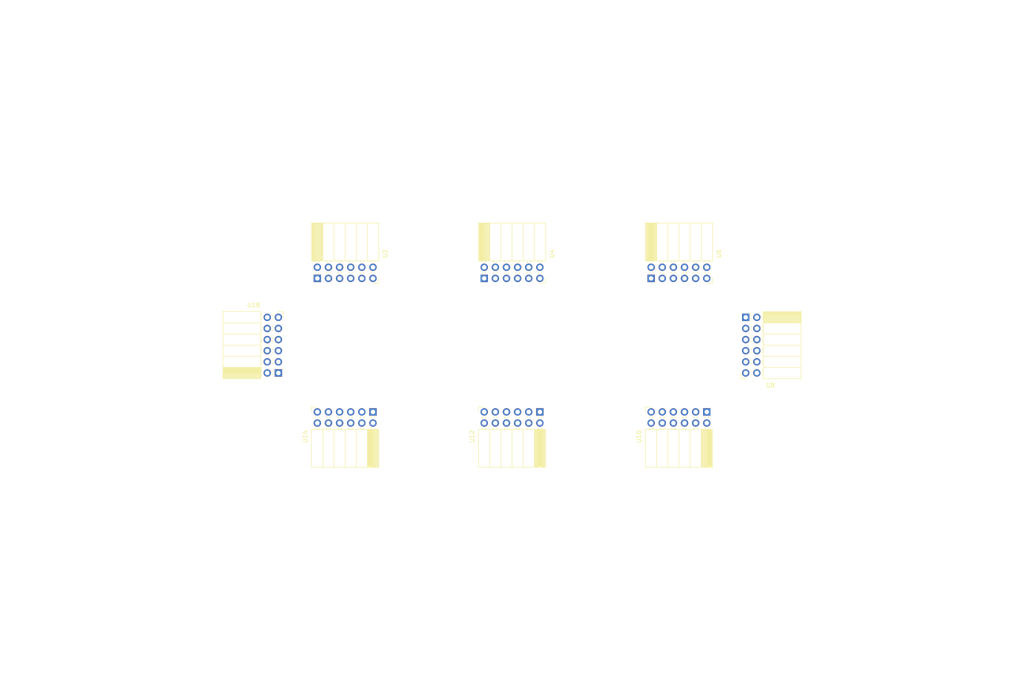
<source format=kicad_pcb>
(kicad_pcb (version 20171130) (host pcbnew 5.1.6)

  (general
    (thickness 1.6)
    (drawings 14)
    (tracks 0)
    (zones 0)
    (modules 8)
    (nets 67)
  )

  (page A4)
  (layers
    (0 F.Cu signal)
    (31 B.Cu signal)
    (32 B.Adhes user)
    (33 F.Adhes user)
    (34 B.Paste user)
    (35 F.Paste user)
    (36 B.SilkS user)
    (37 F.SilkS user)
    (38 B.Mask user)
    (39 F.Mask user)
    (40 Dwgs.User user)
    (41 Cmts.User user)
    (42 Eco1.User user)
    (43 Eco2.User user)
    (44 Edge.Cuts user)
    (45 Margin user)
    (46 B.CrtYd user)
    (47 F.CrtYd user)
    (48 B.Fab user)
    (49 F.Fab user)
  )

  (setup
    (last_trace_width 0.25)
    (trace_clearance 0.2)
    (zone_clearance 0.508)
    (zone_45_only no)
    (trace_min 0.2)
    (via_size 0.8)
    (via_drill 0.4)
    (via_min_size 0.4)
    (via_min_drill 0.3)
    (uvia_size 0.3)
    (uvia_drill 0.1)
    (uvias_allowed no)
    (uvia_min_size 0.2)
    (uvia_min_drill 0.1)
    (edge_width 0.05)
    (segment_width 0.2)
    (pcb_text_width 0.3)
    (pcb_text_size 1.5 1.5)
    (mod_edge_width 0.12)
    (mod_text_size 1 1)
    (mod_text_width 0.15)
    (pad_size 1.524 1.524)
    (pad_drill 0.762)
    (pad_to_mask_clearance 0.05)
    (aux_axis_origin 0 0)
    (visible_elements FFFFFF7F)
    (pcbplotparams
      (layerselection 0x010fc_ffffffff)
      (usegerberextensions false)
      (usegerberattributes true)
      (usegerberadvancedattributes true)
      (creategerberjobfile true)
      (excludeedgelayer true)
      (linewidth 0.100000)
      (plotframeref false)
      (viasonmask false)
      (mode 1)
      (useauxorigin false)
      (hpglpennumber 1)
      (hpglpenspeed 20)
      (hpglpendiameter 15.000000)
      (psnegative false)
      (psa4output false)
      (plotreference true)
      (plotvalue true)
      (plotinvisibletext false)
      (padsonsilk false)
      (subtractmaskfromsilk false)
      (outputformat 1)
      (mirror false)
      (drillshape 1)
      (scaleselection 1)
      (outputdirectory ""))
  )

  (net 0 "")
  (net 1 GND)
  (net 2 +5V)
  (net 3 /card-2/COPI1)
  (net 4 /card-2/SCK1)
  (net 5 /card-2/CSn1)
  (net 6 /card-3/COPI1)
  (net 7 /card-3/SCK1)
  (net 8 /card-3/CSn1)
  (net 9 /card-4/COPI1)
  (net 10 /card-4/SCK1)
  (net 11 /card-4/CSn1)
  (net 12 /card-5/COPI1)
  (net 13 /card-5/SCK1)
  (net 14 /card-5/CSn1)
  (net 15 /card-6/COPI1)
  (net 16 /card-6/SCK1)
  (net 17 /card-6/CSn1)
  (net 18 /card-7/COPI1)
  (net 19 /card-7/SCK1)
  (net 20 /card-7/CSn1)
  (net 21 /card-8/COPI1)
  (net 22 /card-8/SCK1)
  (net 23 /card-8/CSn1)
  (net 24 /card-1/COPI1)
  (net 25 /card-1/SCK1)
  (net 26 /card-1/CSn1)
  (net 27 /card-2/GO1)
  (net 28 /card-2/CIPO1)
  (net 29 /card-2/SWCLK1)
  (net 30 /card-2/SWDIO1)
  (net 31 /card-2/RST1)
  (net 32 /card-3/GO1)
  (net 33 /card-3/CIPO1)
  (net 34 /card-3/SWCLK1)
  (net 35 /card-3/SWDIO1)
  (net 36 /card-3/RST1)
  (net 37 /card-4/GO1)
  (net 38 /card-4/CIPO1)
  (net 39 /card-4/SWCLK1)
  (net 40 /card-4/SWDIO1)
  (net 41 /card-4/RST1)
  (net 42 /card-5/GO1)
  (net 43 /card-5/CIPO1)
  (net 44 /card-5/SWCLK1)
  (net 45 /card-5/SWDIO1)
  (net 46 /card-5/RST1)
  (net 47 /card-6/GO1)
  (net 48 /card-6/CIPO1)
  (net 49 /card-6/SWCLK1)
  (net 50 /card-6/SWDIO1)
  (net 51 /card-6/RST1)
  (net 52 /card-7/GO1)
  (net 53 /card-7/CIPO1)
  (net 54 /card-7/SWCLK1)
  (net 55 /card-7/SWDIO1)
  (net 56 /card-7/RST1)
  (net 57 /card-8/GO1)
  (net 58 /card-8/CIPO1)
  (net 59 /card-8/SWCLK1)
  (net 60 /card-8/SWDIO1)
  (net 61 /card-8/RST1)
  (net 62 /card-1/GO1)
  (net 63 /card-1/CIPO1)
  (net 64 /card-1/SWCLK1)
  (net 65 /card-1/SWDIO1)
  (net 66 /card-1/RST1)

  (net_class Default "This is the default net class."
    (clearance 0.2)
    (trace_width 0.25)
    (via_dia 0.8)
    (via_drill 0.4)
    (uvia_dia 0.3)
    (uvia_drill 0.1)
    (add_net +5V)
    (add_net /card-1/CIPO1)
    (add_net /card-1/COPI1)
    (add_net /card-1/CSn1)
    (add_net /card-1/GO1)
    (add_net /card-1/RST1)
    (add_net /card-1/SCK1)
    (add_net /card-1/SWCLK1)
    (add_net /card-1/SWDIO1)
    (add_net /card-2/CIPO1)
    (add_net /card-2/COPI1)
    (add_net /card-2/CSn1)
    (add_net /card-2/GO1)
    (add_net /card-2/RST1)
    (add_net /card-2/SCK1)
    (add_net /card-2/SWCLK1)
    (add_net /card-2/SWDIO1)
    (add_net /card-3/CIPO1)
    (add_net /card-3/COPI1)
    (add_net /card-3/CSn1)
    (add_net /card-3/GO1)
    (add_net /card-3/RST1)
    (add_net /card-3/SCK1)
    (add_net /card-3/SWCLK1)
    (add_net /card-3/SWDIO1)
    (add_net /card-4/CIPO1)
    (add_net /card-4/COPI1)
    (add_net /card-4/CSn1)
    (add_net /card-4/GO1)
    (add_net /card-4/RST1)
    (add_net /card-4/SCK1)
    (add_net /card-4/SWCLK1)
    (add_net /card-4/SWDIO1)
    (add_net /card-5/CIPO1)
    (add_net /card-5/COPI1)
    (add_net /card-5/CSn1)
    (add_net /card-5/GO1)
    (add_net /card-5/RST1)
    (add_net /card-5/SCK1)
    (add_net /card-5/SWCLK1)
    (add_net /card-5/SWDIO1)
    (add_net /card-6/CIPO1)
    (add_net /card-6/COPI1)
    (add_net /card-6/CSn1)
    (add_net /card-6/GO1)
    (add_net /card-6/RST1)
    (add_net /card-6/SCK1)
    (add_net /card-6/SWCLK1)
    (add_net /card-6/SWDIO1)
    (add_net /card-7/CIPO1)
    (add_net /card-7/COPI1)
    (add_net /card-7/CSn1)
    (add_net /card-7/GO1)
    (add_net /card-7/RST1)
    (add_net /card-7/SCK1)
    (add_net /card-7/SWCLK1)
    (add_net /card-7/SWDIO1)
    (add_net /card-8/CIPO1)
    (add_net /card-8/COPI1)
    (add_net /card-8/CSn1)
    (add_net /card-8/GO1)
    (add_net /card-8/RST1)
    (add_net /card-8/SCK1)
    (add_net /card-8/SWCLK1)
    (add_net /card-8/SWDIO1)
    (add_net GND)
  )

  (module stargazer-stalk:pmod-double (layer F.Cu) (tedit 5F84E63B) (tstamp 5F855014)
    (at 66.04 95.25 180)
    (descr "Through hole angled socket strip, 2x06, 2.54mm pitch, 8.51mm socket length, double cols (from Kicad 4.0.7), script generated")
    (tags "Through hole angled socket strip THT 2x06 2.54mm double row")
    (path /5FC75F7A/5FC8FF86)
    (fp_text reference U18 (at 4.38 9.12) (layer F.SilkS)
      (effects (font (size 1 1) (thickness 0.15)))
    )
    (fp_text value pmod-interface-type-2a (at 4.38 -9.12) (layer F.Fab)
      (effects (font (size 1 1) (thickness 0.15)))
    )
    (fp_text user %R (at 7.045 0 270) (layer F.Fab)
      (effects (font (size 1 1) (thickness 0.15)))
    )
    (fp_line (start 11.3 7.62) (end 3.76 7.62) (layer F.Fab) (width 0.1))
    (fp_line (start 3.76 7.62) (end 2.79 6.65) (layer F.Fab) (width 0.1))
    (fp_line (start 2.79 6.65) (end 2.79 -7.62) (layer F.Fab) (width 0.1))
    (fp_line (start 2.79 -7.62) (end 11.3 -7.62) (layer F.Fab) (width 0.1))
    (fp_line (start 11.3 -7.62) (end 11.3 7.62) (layer F.Fab) (width 0.1))
    (fp_line (start -1.27 6.65) (end 2.79 6.65) (layer F.Fab) (width 0.1))
    (fp_line (start 2.79 6.05) (end -1.27 6.05) (layer F.Fab) (width 0.1))
    (fp_line (start -1.27 6.05) (end -1.27 6.65) (layer F.Fab) (width 0.1))
    (fp_line (start -1.27 4.11) (end 2.79 4.11) (layer F.Fab) (width 0.1))
    (fp_line (start 2.79 3.51) (end -1.27 3.51) (layer F.Fab) (width 0.1))
    (fp_line (start -1.27 3.51) (end -1.27 4.11) (layer F.Fab) (width 0.1))
    (fp_line (start -1.27 1.57) (end 2.79 1.57) (layer F.Fab) (width 0.1))
    (fp_line (start 2.79 0.97) (end -1.27 0.97) (layer F.Fab) (width 0.1))
    (fp_line (start -1.27 0.97) (end -1.27 1.57) (layer F.Fab) (width 0.1))
    (fp_line (start -1.27 -0.97) (end 2.79 -0.97) (layer F.Fab) (width 0.1))
    (fp_line (start 2.79 -1.57) (end -1.27 -1.57) (layer F.Fab) (width 0.1))
    (fp_line (start -1.27 -1.57) (end -1.27 -0.97) (layer F.Fab) (width 0.1))
    (fp_line (start -1.27 -3.51) (end 2.79 -3.51) (layer F.Fab) (width 0.1))
    (fp_line (start 2.79 -4.11) (end -1.27 -4.11) (layer F.Fab) (width 0.1))
    (fp_line (start -1.27 -4.11) (end -1.27 -3.51) (layer F.Fab) (width 0.1))
    (fp_line (start -1.27 -6.05) (end 2.79 -6.05) (layer F.Fab) (width 0.1))
    (fp_line (start 2.79 -6.65) (end -1.27 -6.65) (layer F.Fab) (width 0.1))
    (fp_line (start -1.27 -6.65) (end -1.27 -6.05) (layer F.Fab) (width 0.1))
    (fp_line (start 2.73 6.71) (end 2.32 6.71) (layer F.SilkS) (width 0.12))
    (fp_line (start 0.22 6.71) (end -0.16 6.71) (layer F.SilkS) (width 0.12))
    (fp_line (start 2.73 5.99) (end 2.32 5.99) (layer F.SilkS) (width 0.12))
    (fp_line (start 0.22 5.99) (end -0.16 5.99) (layer F.SilkS) (width 0.12))
    (fp_line (start 2.73 4.17) (end 2.32 4.17) (layer F.SilkS) (width 0.12))
    (fp_line (start 0.22 4.17) (end -0.22 4.17) (layer F.SilkS) (width 0.12))
    (fp_line (start 2.73 3.45) (end 2.32 3.45) (layer F.SilkS) (width 0.12))
    (fp_line (start 0.22 3.45) (end -0.22 3.45) (layer F.SilkS) (width 0.12))
    (fp_line (start 2.73 1.63) (end 2.32 1.63) (layer F.SilkS) (width 0.12))
    (fp_line (start 0.22 1.63) (end -0.22 1.63) (layer F.SilkS) (width 0.12))
    (fp_line (start 2.73 0.91) (end 2.32 0.91) (layer F.SilkS) (width 0.12))
    (fp_line (start 0.22 0.91) (end -0.22 0.91) (layer F.SilkS) (width 0.12))
    (fp_line (start 2.73 -0.91) (end 2.32 -0.91) (layer F.SilkS) (width 0.12))
    (fp_line (start 0.22 -0.91) (end -0.22 -0.91) (layer F.SilkS) (width 0.12))
    (fp_line (start 2.73 -1.63) (end 2.32 -1.63) (layer F.SilkS) (width 0.12))
    (fp_line (start 0.22 -1.63) (end -0.22 -1.63) (layer F.SilkS) (width 0.12))
    (fp_line (start 2.73 -3.45) (end 2.32 -3.45) (layer F.SilkS) (width 0.12))
    (fp_line (start 0.22 -3.45) (end -0.22 -3.45) (layer F.SilkS) (width 0.12))
    (fp_line (start 2.73 -4.17) (end 2.32 -4.17) (layer F.SilkS) (width 0.12))
    (fp_line (start 0.22 -4.17) (end -0.22 -4.17) (layer F.SilkS) (width 0.12))
    (fp_line (start 2.73 -5.99) (end 2.32 -5.99) (layer F.SilkS) (width 0.12))
    (fp_line (start 0.22 -5.99) (end -0.22 -5.99) (layer F.SilkS) (width 0.12))
    (fp_line (start 2.73 -6.71) (end 2.32 -6.71) (layer F.SilkS) (width 0.12))
    (fp_line (start 0.22 -6.71) (end -0.22 -6.71) (layer F.SilkS) (width 0.12))
    (fp_line (start 11.36 5.08) (end 2.73 5.08) (layer F.SilkS) (width 0.12))
    (fp_line (start 11.36 2.54) (end 2.73 2.54) (layer F.SilkS) (width 0.12))
    (fp_line (start 11.36 0) (end 2.73 0) (layer F.SilkS) (width 0.12))
    (fp_line (start 11.36 -2.54) (end 2.73 -2.54) (layer F.SilkS) (width 0.12))
    (fp_line (start 11.36 -5.08) (end 2.73 -5.08) (layer F.SilkS) (width 0.12))
    (fp_line (start 11.36 7.68) (end 2.73 7.68) (layer F.SilkS) (width 0.12))
    (fp_line (start 2.73 7.68) (end 2.73 -7.68) (layer F.SilkS) (width 0.12))
    (fp_line (start 11.36 -7.68) (end 2.73 -7.68) (layer F.SilkS) (width 0.12))
    (fp_line (start 11.36 7.68) (end 11.36 -7.68) (layer F.SilkS) (width 0.12))
    (fp_line (start -2.38 7.68) (end -2.38 6.35) (layer F.SilkS) (width 0.12))
    (fp_line (start -1.27 7.68) (end -2.38 7.68) (layer F.SilkS) (width 0.12))
    (fp_line (start -3.07 8.15) (end 11.78 8.15) (layer F.CrtYd) (width 0.05))
    (fp_line (start 11.78 8.15) (end 11.78 -8.1) (layer F.CrtYd) (width 0.05))
    (fp_line (start 11.78 -8.1) (end -3.07 -8.1) (layer F.CrtYd) (width 0.05))
    (fp_line (start -3.07 -8.1) (end -3.07 8.15) (layer F.CrtYd) (width 0.05))
    (fp_line (start 11.36 -5.14) (end 2.73 -5.14) (layer F.SilkS) (width 0.12))
    (fp_line (start 11.36 -5.494285) (end 2.73 -5.494285) (layer F.SilkS) (width 0.12))
    (fp_line (start 11.36 -5.84857) (end 2.73 -5.84857) (layer F.SilkS) (width 0.12))
    (fp_line (start 11.36 -5.258095) (end 2.73 -5.258095) (layer F.SilkS) (width 0.12))
    (fp_line (start 11.36 -7.5019) (end 2.73 -7.5019) (layer F.SilkS) (width 0.12))
    (fp_line (start 11.36 -5.730475) (end 2.73 -5.730475) (layer F.SilkS) (width 0.12))
    (fp_line (start 11.36 -7.383805) (end 2.73 -7.383805) (layer F.SilkS) (width 0.12))
    (fp_line (start 11.36 -7.26571) (end 2.73 -7.26571) (layer F.SilkS) (width 0.12))
    (fp_line (start 11.36 -5.966665) (end 2.73 -5.966665) (layer F.SilkS) (width 0.12))
    (fp_line (start 11.36 -7.147615) (end 2.73 -7.147615) (layer F.SilkS) (width 0.12))
    (fp_line (start 11.36 -6.32095) (end 2.73 -6.32095) (layer F.SilkS) (width 0.12))
    (fp_line (start 11.36 -6.675235) (end 2.73 -6.675235) (layer F.SilkS) (width 0.12))
    (fp_line (start 11.36 -6.202855) (end 2.73 -6.202855) (layer F.SilkS) (width 0.12))
    (fp_line (start 11.36 -7.02952) (end 2.73 -7.02952) (layer F.SilkS) (width 0.12))
    (fp_line (start 11.36 -6.55714) (end 2.73 -6.55714) (layer F.SilkS) (width 0.12))
    (fp_line (start 11.36 -6.08476) (end 2.73 -6.08476) (layer F.SilkS) (width 0.12))
    (fp_line (start 11.36 -6.439045) (end 2.73 -6.439045) (layer F.SilkS) (width 0.12))
    (fp_line (start 11.36 -6.79333) (end 2.73 -6.79333) (layer F.SilkS) (width 0.12))
    (fp_line (start 11.36 -6.911425) (end 2.73 -6.911425) (layer F.SilkS) (width 0.12))
    (fp_line (start 11.36 -5.37619) (end 2.73 -5.37619) (layer F.SilkS) (width 0.12))
    (fp_line (start 11.36 -5.61238) (end 2.73 -5.61238) (layer F.SilkS) (width 0.12))
    (pad 6 thru_hole oval (at -1.27 6.35) (size 1.7 1.7) (drill 1) (layers *.Cu *.Mask)
      (net 2 +5V))
    (pad 12 thru_hole oval (at 1.27 6.35) (size 1.7 1.7) (drill 1) (layers *.Cu *.Mask)
      (net 2 +5V))
    (pad 5 thru_hole oval (at -1.27 3.81) (size 1.7 1.7) (drill 1) (layers *.Cu *.Mask)
      (net 1 GND))
    (pad 11 thru_hole oval (at 1.27 3.81) (size 1.7 1.7) (drill 1) (layers *.Cu *.Mask)
      (net 1 GND))
    (pad 4 thru_hole oval (at -1.27 1.27) (size 1.7 1.7) (drill 1) (layers *.Cu *.Mask)
      (net 25 /card-1/SCK1))
    (pad 10 thru_hole oval (at 1.27 1.27) (size 1.7 1.7) (drill 1) (layers *.Cu *.Mask)
      (net 64 /card-1/SWCLK1))
    (pad 3 thru_hole oval (at -1.27 -1.27) (size 1.7 1.7) (drill 1) (layers *.Cu *.Mask)
      (net 63 /card-1/CIPO1))
    (pad 9 thru_hole oval (at 1.27 -1.27) (size 1.7 1.7) (drill 1) (layers *.Cu *.Mask)
      (net 65 /card-1/SWDIO1))
    (pad 2 thru_hole oval (at -1.27 -3.81) (size 1.7 1.7) (drill 1) (layers *.Cu *.Mask)
      (net 24 /card-1/COPI1))
    (pad 8 thru_hole oval (at 1.27 -3.81) (size 1.7 1.7) (drill 1) (layers *.Cu *.Mask)
      (net 66 /card-1/RST1))
    (pad 1 thru_hole rect (at -1.27 -6.35) (size 1.7 1.7) (drill 1) (layers *.Cu *.Mask)
      (net 26 /card-1/CSn1))
    (pad 7 thru_hole oval (at 1.27 -6.35) (size 1.7 1.7) (drill 1) (layers *.Cu *.Mask)
      (net 62 /card-1/GO1))
    (model ${KISYS3DMOD}/Connector_PinSocket_2.54mm.3dshapes/PinSocket_2x06_P2.54mm_Horizontal.wrl
      (at (xyz 0 0 0))
      (scale (xyz 1 1 1))
      (rotate (xyz 0 0 0))
    )
  )

  (module stargazer-stalk:pmod-double (layer F.Cu) (tedit 5F84E63B) (tstamp 5F850A1A)
    (at 82.55 111.76 270)
    (descr "Through hole angled socket strip, 2x06, 2.54mm pitch, 8.51mm socket length, double cols (from Kicad 4.0.7), script generated")
    (tags "Through hole angled socket strip THT 2x06 2.54mm double row")
    (path /5F881143/5FC8FF86)
    (fp_text reference U14 (at 4.38 9.12 90) (layer F.SilkS)
      (effects (font (size 1 1) (thickness 0.15)))
    )
    (fp_text value pmod-interface-type-2a (at 4.38 -9.12 90) (layer F.Fab)
      (effects (font (size 1 1) (thickness 0.15)))
    )
    (fp_text user %R (at 7.045 0 180) (layer F.Fab)
      (effects (font (size 1 1) (thickness 0.15)))
    )
    (fp_line (start 11.3 7.62) (end 3.76 7.62) (layer F.Fab) (width 0.1))
    (fp_line (start 3.76 7.62) (end 2.79 6.65) (layer F.Fab) (width 0.1))
    (fp_line (start 2.79 6.65) (end 2.79 -7.62) (layer F.Fab) (width 0.1))
    (fp_line (start 2.79 -7.62) (end 11.3 -7.62) (layer F.Fab) (width 0.1))
    (fp_line (start 11.3 -7.62) (end 11.3 7.62) (layer F.Fab) (width 0.1))
    (fp_line (start -1.27 6.65) (end 2.79 6.65) (layer F.Fab) (width 0.1))
    (fp_line (start 2.79 6.05) (end -1.27 6.05) (layer F.Fab) (width 0.1))
    (fp_line (start -1.27 6.05) (end -1.27 6.65) (layer F.Fab) (width 0.1))
    (fp_line (start -1.27 4.11) (end 2.79 4.11) (layer F.Fab) (width 0.1))
    (fp_line (start 2.79 3.51) (end -1.27 3.51) (layer F.Fab) (width 0.1))
    (fp_line (start -1.27 3.51) (end -1.27 4.11) (layer F.Fab) (width 0.1))
    (fp_line (start -1.27 1.57) (end 2.79 1.57) (layer F.Fab) (width 0.1))
    (fp_line (start 2.79 0.97) (end -1.27 0.97) (layer F.Fab) (width 0.1))
    (fp_line (start -1.27 0.97) (end -1.27 1.57) (layer F.Fab) (width 0.1))
    (fp_line (start -1.27 -0.97) (end 2.79 -0.97) (layer F.Fab) (width 0.1))
    (fp_line (start 2.79 -1.57) (end -1.27 -1.57) (layer F.Fab) (width 0.1))
    (fp_line (start -1.27 -1.57) (end -1.27 -0.97) (layer F.Fab) (width 0.1))
    (fp_line (start -1.27 -3.51) (end 2.79 -3.51) (layer F.Fab) (width 0.1))
    (fp_line (start 2.79 -4.11) (end -1.27 -4.11) (layer F.Fab) (width 0.1))
    (fp_line (start -1.27 -4.11) (end -1.27 -3.51) (layer F.Fab) (width 0.1))
    (fp_line (start -1.27 -6.05) (end 2.79 -6.05) (layer F.Fab) (width 0.1))
    (fp_line (start 2.79 -6.65) (end -1.27 -6.65) (layer F.Fab) (width 0.1))
    (fp_line (start -1.27 -6.65) (end -1.27 -6.05) (layer F.Fab) (width 0.1))
    (fp_line (start 2.73 6.71) (end 2.32 6.71) (layer F.SilkS) (width 0.12))
    (fp_line (start 0.22 6.71) (end -0.16 6.71) (layer F.SilkS) (width 0.12))
    (fp_line (start 2.73 5.99) (end 2.32 5.99) (layer F.SilkS) (width 0.12))
    (fp_line (start 0.22 5.99) (end -0.16 5.99) (layer F.SilkS) (width 0.12))
    (fp_line (start 2.73 4.17) (end 2.32 4.17) (layer F.SilkS) (width 0.12))
    (fp_line (start 0.22 4.17) (end -0.22 4.17) (layer F.SilkS) (width 0.12))
    (fp_line (start 2.73 3.45) (end 2.32 3.45) (layer F.SilkS) (width 0.12))
    (fp_line (start 0.22 3.45) (end -0.22 3.45) (layer F.SilkS) (width 0.12))
    (fp_line (start 2.73 1.63) (end 2.32 1.63) (layer F.SilkS) (width 0.12))
    (fp_line (start 0.22 1.63) (end -0.22 1.63) (layer F.SilkS) (width 0.12))
    (fp_line (start 2.73 0.91) (end 2.32 0.91) (layer F.SilkS) (width 0.12))
    (fp_line (start 0.22 0.91) (end -0.22 0.91) (layer F.SilkS) (width 0.12))
    (fp_line (start 2.73 -0.91) (end 2.32 -0.91) (layer F.SilkS) (width 0.12))
    (fp_line (start 0.22 -0.91) (end -0.22 -0.91) (layer F.SilkS) (width 0.12))
    (fp_line (start 2.73 -1.63) (end 2.32 -1.63) (layer F.SilkS) (width 0.12))
    (fp_line (start 0.22 -1.63) (end -0.22 -1.63) (layer F.SilkS) (width 0.12))
    (fp_line (start 2.73 -3.45) (end 2.32 -3.45) (layer F.SilkS) (width 0.12))
    (fp_line (start 0.22 -3.45) (end -0.22 -3.45) (layer F.SilkS) (width 0.12))
    (fp_line (start 2.73 -4.17) (end 2.32 -4.17) (layer F.SilkS) (width 0.12))
    (fp_line (start 0.22 -4.17) (end -0.22 -4.17) (layer F.SilkS) (width 0.12))
    (fp_line (start 2.73 -5.99) (end 2.32 -5.99) (layer F.SilkS) (width 0.12))
    (fp_line (start 0.22 -5.99) (end -0.22 -5.99) (layer F.SilkS) (width 0.12))
    (fp_line (start 2.73 -6.71) (end 2.32 -6.71) (layer F.SilkS) (width 0.12))
    (fp_line (start 0.22 -6.71) (end -0.22 -6.71) (layer F.SilkS) (width 0.12))
    (fp_line (start 11.36 5.08) (end 2.73 5.08) (layer F.SilkS) (width 0.12))
    (fp_line (start 11.36 2.54) (end 2.73 2.54) (layer F.SilkS) (width 0.12))
    (fp_line (start 11.36 0) (end 2.73 0) (layer F.SilkS) (width 0.12))
    (fp_line (start 11.36 -2.54) (end 2.73 -2.54) (layer F.SilkS) (width 0.12))
    (fp_line (start 11.36 -5.08) (end 2.73 -5.08) (layer F.SilkS) (width 0.12))
    (fp_line (start 11.36 7.68) (end 2.73 7.68) (layer F.SilkS) (width 0.12))
    (fp_line (start 2.73 7.68) (end 2.73 -7.68) (layer F.SilkS) (width 0.12))
    (fp_line (start 11.36 -7.68) (end 2.73 -7.68) (layer F.SilkS) (width 0.12))
    (fp_line (start 11.36 7.68) (end 11.36 -7.68) (layer F.SilkS) (width 0.12))
    (fp_line (start -2.38 7.68) (end -2.38 6.35) (layer F.SilkS) (width 0.12))
    (fp_line (start -1.27 7.68) (end -2.38 7.68) (layer F.SilkS) (width 0.12))
    (fp_line (start -3.07 8.15) (end 11.78 8.15) (layer F.CrtYd) (width 0.05))
    (fp_line (start 11.78 8.15) (end 11.78 -8.1) (layer F.CrtYd) (width 0.05))
    (fp_line (start 11.78 -8.1) (end -3.07 -8.1) (layer F.CrtYd) (width 0.05))
    (fp_line (start -3.07 -8.1) (end -3.07 8.15) (layer F.CrtYd) (width 0.05))
    (fp_line (start 11.36 -5.14) (end 2.73 -5.14) (layer F.SilkS) (width 0.12))
    (fp_line (start 11.36 -5.494285) (end 2.73 -5.494285) (layer F.SilkS) (width 0.12))
    (fp_line (start 11.36 -5.84857) (end 2.73 -5.84857) (layer F.SilkS) (width 0.12))
    (fp_line (start 11.36 -5.258095) (end 2.73 -5.258095) (layer F.SilkS) (width 0.12))
    (fp_line (start 11.36 -7.5019) (end 2.73 -7.5019) (layer F.SilkS) (width 0.12))
    (fp_line (start 11.36 -5.730475) (end 2.73 -5.730475) (layer F.SilkS) (width 0.12))
    (fp_line (start 11.36 -7.383805) (end 2.73 -7.383805) (layer F.SilkS) (width 0.12))
    (fp_line (start 11.36 -7.26571) (end 2.73 -7.26571) (layer F.SilkS) (width 0.12))
    (fp_line (start 11.36 -5.966665) (end 2.73 -5.966665) (layer F.SilkS) (width 0.12))
    (fp_line (start 11.36 -7.147615) (end 2.73 -7.147615) (layer F.SilkS) (width 0.12))
    (fp_line (start 11.36 -6.32095) (end 2.73 -6.32095) (layer F.SilkS) (width 0.12))
    (fp_line (start 11.36 -6.675235) (end 2.73 -6.675235) (layer F.SilkS) (width 0.12))
    (fp_line (start 11.36 -6.202855) (end 2.73 -6.202855) (layer F.SilkS) (width 0.12))
    (fp_line (start 11.36 -7.02952) (end 2.73 -7.02952) (layer F.SilkS) (width 0.12))
    (fp_line (start 11.36 -6.55714) (end 2.73 -6.55714) (layer F.SilkS) (width 0.12))
    (fp_line (start 11.36 -6.08476) (end 2.73 -6.08476) (layer F.SilkS) (width 0.12))
    (fp_line (start 11.36 -6.439045) (end 2.73 -6.439045) (layer F.SilkS) (width 0.12))
    (fp_line (start 11.36 -6.79333) (end 2.73 -6.79333) (layer F.SilkS) (width 0.12))
    (fp_line (start 11.36 -6.911425) (end 2.73 -6.911425) (layer F.SilkS) (width 0.12))
    (fp_line (start 11.36 -5.37619) (end 2.73 -5.37619) (layer F.SilkS) (width 0.12))
    (fp_line (start 11.36 -5.61238) (end 2.73 -5.61238) (layer F.SilkS) (width 0.12))
    (pad 6 thru_hole oval (at -1.27 6.35 90) (size 1.7 1.7) (drill 1) (layers *.Cu *.Mask)
      (net 2 +5V))
    (pad 12 thru_hole oval (at 1.27 6.35 90) (size 1.7 1.7) (drill 1) (layers *.Cu *.Mask)
      (net 2 +5V))
    (pad 5 thru_hole oval (at -1.27 3.81 90) (size 1.7 1.7) (drill 1) (layers *.Cu *.Mask)
      (net 1 GND))
    (pad 11 thru_hole oval (at 1.27 3.81 90) (size 1.7 1.7) (drill 1) (layers *.Cu *.Mask)
      (net 1 GND))
    (pad 4 thru_hole oval (at -1.27 1.27 90) (size 1.7 1.7) (drill 1) (layers *.Cu *.Mask)
      (net 22 /card-8/SCK1))
    (pad 10 thru_hole oval (at 1.27 1.27 90) (size 1.7 1.7) (drill 1) (layers *.Cu *.Mask)
      (net 59 /card-8/SWCLK1))
    (pad 3 thru_hole oval (at -1.27 -1.27 90) (size 1.7 1.7) (drill 1) (layers *.Cu *.Mask)
      (net 58 /card-8/CIPO1))
    (pad 9 thru_hole oval (at 1.27 -1.27 90) (size 1.7 1.7) (drill 1) (layers *.Cu *.Mask)
      (net 60 /card-8/SWDIO1))
    (pad 2 thru_hole oval (at -1.27 -3.81 90) (size 1.7 1.7) (drill 1) (layers *.Cu *.Mask)
      (net 21 /card-8/COPI1))
    (pad 8 thru_hole oval (at 1.27 -3.81 90) (size 1.7 1.7) (drill 1) (layers *.Cu *.Mask)
      (net 61 /card-8/RST1))
    (pad 1 thru_hole rect (at -1.27 -6.35 90) (size 1.7 1.7) (drill 1) (layers *.Cu *.Mask)
      (net 23 /card-8/CSn1))
    (pad 7 thru_hole oval (at 1.27 -6.35 90) (size 1.7 1.7) (drill 1) (layers *.Cu *.Mask)
      (net 57 /card-8/GO1))
    (model ${KISYS3DMOD}/Connector_PinSocket_2.54mm.3dshapes/PinSocket_2x06_P2.54mm_Horizontal.wrl
      (at (xyz 0 0 0))
      (scale (xyz 1 1 1))
      (rotate (xyz 0 0 0))
    )
  )

  (module stargazer-stalk:pmod-double (layer F.Cu) (tedit 5F84E63B) (tstamp 5F8501B0)
    (at 120.65 111.76 270)
    (descr "Through hole angled socket strip, 2x06, 2.54mm pitch, 8.51mm socket length, double cols (from Kicad 4.0.7), script generated")
    (tags "Through hole angled socket strip THT 2x06 2.54mm double row")
    (path /5F881137/5FC8FF86)
    (fp_text reference U12 (at 4.38 9.12 90) (layer F.SilkS)
      (effects (font (size 1 1) (thickness 0.15)))
    )
    (fp_text value pmod-interface-type-2a (at 4.38 -9.12 90) (layer F.Fab)
      (effects (font (size 1 1) (thickness 0.15)))
    )
    (fp_text user %R (at 7.045 0 180) (layer F.Fab)
      (effects (font (size 1 1) (thickness 0.15)))
    )
    (fp_line (start 11.3 7.62) (end 3.76 7.62) (layer F.Fab) (width 0.1))
    (fp_line (start 3.76 7.62) (end 2.79 6.65) (layer F.Fab) (width 0.1))
    (fp_line (start 2.79 6.65) (end 2.79 -7.62) (layer F.Fab) (width 0.1))
    (fp_line (start 2.79 -7.62) (end 11.3 -7.62) (layer F.Fab) (width 0.1))
    (fp_line (start 11.3 -7.62) (end 11.3 7.62) (layer F.Fab) (width 0.1))
    (fp_line (start -1.27 6.65) (end 2.79 6.65) (layer F.Fab) (width 0.1))
    (fp_line (start 2.79 6.05) (end -1.27 6.05) (layer F.Fab) (width 0.1))
    (fp_line (start -1.27 6.05) (end -1.27 6.65) (layer F.Fab) (width 0.1))
    (fp_line (start -1.27 4.11) (end 2.79 4.11) (layer F.Fab) (width 0.1))
    (fp_line (start 2.79 3.51) (end -1.27 3.51) (layer F.Fab) (width 0.1))
    (fp_line (start -1.27 3.51) (end -1.27 4.11) (layer F.Fab) (width 0.1))
    (fp_line (start -1.27 1.57) (end 2.79 1.57) (layer F.Fab) (width 0.1))
    (fp_line (start 2.79 0.97) (end -1.27 0.97) (layer F.Fab) (width 0.1))
    (fp_line (start -1.27 0.97) (end -1.27 1.57) (layer F.Fab) (width 0.1))
    (fp_line (start -1.27 -0.97) (end 2.79 -0.97) (layer F.Fab) (width 0.1))
    (fp_line (start 2.79 -1.57) (end -1.27 -1.57) (layer F.Fab) (width 0.1))
    (fp_line (start -1.27 -1.57) (end -1.27 -0.97) (layer F.Fab) (width 0.1))
    (fp_line (start -1.27 -3.51) (end 2.79 -3.51) (layer F.Fab) (width 0.1))
    (fp_line (start 2.79 -4.11) (end -1.27 -4.11) (layer F.Fab) (width 0.1))
    (fp_line (start -1.27 -4.11) (end -1.27 -3.51) (layer F.Fab) (width 0.1))
    (fp_line (start -1.27 -6.05) (end 2.79 -6.05) (layer F.Fab) (width 0.1))
    (fp_line (start 2.79 -6.65) (end -1.27 -6.65) (layer F.Fab) (width 0.1))
    (fp_line (start -1.27 -6.65) (end -1.27 -6.05) (layer F.Fab) (width 0.1))
    (fp_line (start 2.73 6.71) (end 2.32 6.71) (layer F.SilkS) (width 0.12))
    (fp_line (start 0.22 6.71) (end -0.16 6.71) (layer F.SilkS) (width 0.12))
    (fp_line (start 2.73 5.99) (end 2.32 5.99) (layer F.SilkS) (width 0.12))
    (fp_line (start 0.22 5.99) (end -0.16 5.99) (layer F.SilkS) (width 0.12))
    (fp_line (start 2.73 4.17) (end 2.32 4.17) (layer F.SilkS) (width 0.12))
    (fp_line (start 0.22 4.17) (end -0.22 4.17) (layer F.SilkS) (width 0.12))
    (fp_line (start 2.73 3.45) (end 2.32 3.45) (layer F.SilkS) (width 0.12))
    (fp_line (start 0.22 3.45) (end -0.22 3.45) (layer F.SilkS) (width 0.12))
    (fp_line (start 2.73 1.63) (end 2.32 1.63) (layer F.SilkS) (width 0.12))
    (fp_line (start 0.22 1.63) (end -0.22 1.63) (layer F.SilkS) (width 0.12))
    (fp_line (start 2.73 0.91) (end 2.32 0.91) (layer F.SilkS) (width 0.12))
    (fp_line (start 0.22 0.91) (end -0.22 0.91) (layer F.SilkS) (width 0.12))
    (fp_line (start 2.73 -0.91) (end 2.32 -0.91) (layer F.SilkS) (width 0.12))
    (fp_line (start 0.22 -0.91) (end -0.22 -0.91) (layer F.SilkS) (width 0.12))
    (fp_line (start 2.73 -1.63) (end 2.32 -1.63) (layer F.SilkS) (width 0.12))
    (fp_line (start 0.22 -1.63) (end -0.22 -1.63) (layer F.SilkS) (width 0.12))
    (fp_line (start 2.73 -3.45) (end 2.32 -3.45) (layer F.SilkS) (width 0.12))
    (fp_line (start 0.22 -3.45) (end -0.22 -3.45) (layer F.SilkS) (width 0.12))
    (fp_line (start 2.73 -4.17) (end 2.32 -4.17) (layer F.SilkS) (width 0.12))
    (fp_line (start 0.22 -4.17) (end -0.22 -4.17) (layer F.SilkS) (width 0.12))
    (fp_line (start 2.73 -5.99) (end 2.32 -5.99) (layer F.SilkS) (width 0.12))
    (fp_line (start 0.22 -5.99) (end -0.22 -5.99) (layer F.SilkS) (width 0.12))
    (fp_line (start 2.73 -6.71) (end 2.32 -6.71) (layer F.SilkS) (width 0.12))
    (fp_line (start 0.22 -6.71) (end -0.22 -6.71) (layer F.SilkS) (width 0.12))
    (fp_line (start 11.36 5.08) (end 2.73 5.08) (layer F.SilkS) (width 0.12))
    (fp_line (start 11.36 2.54) (end 2.73 2.54) (layer F.SilkS) (width 0.12))
    (fp_line (start 11.36 0) (end 2.73 0) (layer F.SilkS) (width 0.12))
    (fp_line (start 11.36 -2.54) (end 2.73 -2.54) (layer F.SilkS) (width 0.12))
    (fp_line (start 11.36 -5.08) (end 2.73 -5.08) (layer F.SilkS) (width 0.12))
    (fp_line (start 11.36 7.68) (end 2.73 7.68) (layer F.SilkS) (width 0.12))
    (fp_line (start 2.73 7.68) (end 2.73 -7.68) (layer F.SilkS) (width 0.12))
    (fp_line (start 11.36 -7.68) (end 2.73 -7.68) (layer F.SilkS) (width 0.12))
    (fp_line (start 11.36 7.68) (end 11.36 -7.68) (layer F.SilkS) (width 0.12))
    (fp_line (start -2.38 7.68) (end -2.38 6.35) (layer F.SilkS) (width 0.12))
    (fp_line (start -1.27 7.68) (end -2.38 7.68) (layer F.SilkS) (width 0.12))
    (fp_line (start -3.07 8.15) (end 11.78 8.15) (layer F.CrtYd) (width 0.05))
    (fp_line (start 11.78 8.15) (end 11.78 -8.1) (layer F.CrtYd) (width 0.05))
    (fp_line (start 11.78 -8.1) (end -3.07 -8.1) (layer F.CrtYd) (width 0.05))
    (fp_line (start -3.07 -8.1) (end -3.07 8.15) (layer F.CrtYd) (width 0.05))
    (fp_line (start 11.36 -5.14) (end 2.73 -5.14) (layer F.SilkS) (width 0.12))
    (fp_line (start 11.36 -5.494285) (end 2.73 -5.494285) (layer F.SilkS) (width 0.12))
    (fp_line (start 11.36 -5.84857) (end 2.73 -5.84857) (layer F.SilkS) (width 0.12))
    (fp_line (start 11.36 -5.258095) (end 2.73 -5.258095) (layer F.SilkS) (width 0.12))
    (fp_line (start 11.36 -7.5019) (end 2.73 -7.5019) (layer F.SilkS) (width 0.12))
    (fp_line (start 11.36 -5.730475) (end 2.73 -5.730475) (layer F.SilkS) (width 0.12))
    (fp_line (start 11.36 -7.383805) (end 2.73 -7.383805) (layer F.SilkS) (width 0.12))
    (fp_line (start 11.36 -7.26571) (end 2.73 -7.26571) (layer F.SilkS) (width 0.12))
    (fp_line (start 11.36 -5.966665) (end 2.73 -5.966665) (layer F.SilkS) (width 0.12))
    (fp_line (start 11.36 -7.147615) (end 2.73 -7.147615) (layer F.SilkS) (width 0.12))
    (fp_line (start 11.36 -6.32095) (end 2.73 -6.32095) (layer F.SilkS) (width 0.12))
    (fp_line (start 11.36 -6.675235) (end 2.73 -6.675235) (layer F.SilkS) (width 0.12))
    (fp_line (start 11.36 -6.202855) (end 2.73 -6.202855) (layer F.SilkS) (width 0.12))
    (fp_line (start 11.36 -7.02952) (end 2.73 -7.02952) (layer F.SilkS) (width 0.12))
    (fp_line (start 11.36 -6.55714) (end 2.73 -6.55714) (layer F.SilkS) (width 0.12))
    (fp_line (start 11.36 -6.08476) (end 2.73 -6.08476) (layer F.SilkS) (width 0.12))
    (fp_line (start 11.36 -6.439045) (end 2.73 -6.439045) (layer F.SilkS) (width 0.12))
    (fp_line (start 11.36 -6.79333) (end 2.73 -6.79333) (layer F.SilkS) (width 0.12))
    (fp_line (start 11.36 -6.911425) (end 2.73 -6.911425) (layer F.SilkS) (width 0.12))
    (fp_line (start 11.36 -5.37619) (end 2.73 -5.37619) (layer F.SilkS) (width 0.12))
    (fp_line (start 11.36 -5.61238) (end 2.73 -5.61238) (layer F.SilkS) (width 0.12))
    (pad 6 thru_hole oval (at -1.27 6.35 90) (size 1.7 1.7) (drill 1) (layers *.Cu *.Mask)
      (net 2 +5V))
    (pad 12 thru_hole oval (at 1.27 6.35 90) (size 1.7 1.7) (drill 1) (layers *.Cu *.Mask)
      (net 2 +5V))
    (pad 5 thru_hole oval (at -1.27 3.81 90) (size 1.7 1.7) (drill 1) (layers *.Cu *.Mask)
      (net 1 GND))
    (pad 11 thru_hole oval (at 1.27 3.81 90) (size 1.7 1.7) (drill 1) (layers *.Cu *.Mask)
      (net 1 GND))
    (pad 4 thru_hole oval (at -1.27 1.27 90) (size 1.7 1.7) (drill 1) (layers *.Cu *.Mask)
      (net 19 /card-7/SCK1))
    (pad 10 thru_hole oval (at 1.27 1.27 90) (size 1.7 1.7) (drill 1) (layers *.Cu *.Mask)
      (net 54 /card-7/SWCLK1))
    (pad 3 thru_hole oval (at -1.27 -1.27 90) (size 1.7 1.7) (drill 1) (layers *.Cu *.Mask)
      (net 53 /card-7/CIPO1))
    (pad 9 thru_hole oval (at 1.27 -1.27 90) (size 1.7 1.7) (drill 1) (layers *.Cu *.Mask)
      (net 55 /card-7/SWDIO1))
    (pad 2 thru_hole oval (at -1.27 -3.81 90) (size 1.7 1.7) (drill 1) (layers *.Cu *.Mask)
      (net 18 /card-7/COPI1))
    (pad 8 thru_hole oval (at 1.27 -3.81 90) (size 1.7 1.7) (drill 1) (layers *.Cu *.Mask)
      (net 56 /card-7/RST1))
    (pad 1 thru_hole rect (at -1.27 -6.35 90) (size 1.7 1.7) (drill 1) (layers *.Cu *.Mask)
      (net 20 /card-7/CSn1))
    (pad 7 thru_hole oval (at 1.27 -6.35 90) (size 1.7 1.7) (drill 1) (layers *.Cu *.Mask)
      (net 52 /card-7/GO1))
    (model ${KISYS3DMOD}/Connector_PinSocket_2.54mm.3dshapes/PinSocket_2x06_P2.54mm_Horizontal.wrl
      (at (xyz 0 0 0))
      (scale (xyz 1 1 1))
      (rotate (xyz 0 0 0))
    )
  )

  (module stargazer-stalk:pmod-double (layer F.Cu) (tedit 5F84E63B) (tstamp 5F850336)
    (at 158.75 111.76 270)
    (descr "Through hole angled socket strip, 2x06, 2.54mm pitch, 8.51mm socket length, double cols (from Kicad 4.0.7), script generated")
    (tags "Through hole angled socket strip THT 2x06 2.54mm double row")
    (path /5F88112B/5FC8FF86)
    (fp_text reference U10 (at 4.38 9.12 90) (layer F.SilkS)
      (effects (font (size 1 1) (thickness 0.15)))
    )
    (fp_text value pmod-interface-type-2a (at 4.38 -9.12 90) (layer F.Fab)
      (effects (font (size 1 1) (thickness 0.15)))
    )
    (fp_text user %R (at 7.045 0 180) (layer F.Fab)
      (effects (font (size 1 1) (thickness 0.15)))
    )
    (fp_line (start 11.3 7.62) (end 3.76 7.62) (layer F.Fab) (width 0.1))
    (fp_line (start 3.76 7.62) (end 2.79 6.65) (layer F.Fab) (width 0.1))
    (fp_line (start 2.79 6.65) (end 2.79 -7.62) (layer F.Fab) (width 0.1))
    (fp_line (start 2.79 -7.62) (end 11.3 -7.62) (layer F.Fab) (width 0.1))
    (fp_line (start 11.3 -7.62) (end 11.3 7.62) (layer F.Fab) (width 0.1))
    (fp_line (start -1.27 6.65) (end 2.79 6.65) (layer F.Fab) (width 0.1))
    (fp_line (start 2.79 6.05) (end -1.27 6.05) (layer F.Fab) (width 0.1))
    (fp_line (start -1.27 6.05) (end -1.27 6.65) (layer F.Fab) (width 0.1))
    (fp_line (start -1.27 4.11) (end 2.79 4.11) (layer F.Fab) (width 0.1))
    (fp_line (start 2.79 3.51) (end -1.27 3.51) (layer F.Fab) (width 0.1))
    (fp_line (start -1.27 3.51) (end -1.27 4.11) (layer F.Fab) (width 0.1))
    (fp_line (start -1.27 1.57) (end 2.79 1.57) (layer F.Fab) (width 0.1))
    (fp_line (start 2.79 0.97) (end -1.27 0.97) (layer F.Fab) (width 0.1))
    (fp_line (start -1.27 0.97) (end -1.27 1.57) (layer F.Fab) (width 0.1))
    (fp_line (start -1.27 -0.97) (end 2.79 -0.97) (layer F.Fab) (width 0.1))
    (fp_line (start 2.79 -1.57) (end -1.27 -1.57) (layer F.Fab) (width 0.1))
    (fp_line (start -1.27 -1.57) (end -1.27 -0.97) (layer F.Fab) (width 0.1))
    (fp_line (start -1.27 -3.51) (end 2.79 -3.51) (layer F.Fab) (width 0.1))
    (fp_line (start 2.79 -4.11) (end -1.27 -4.11) (layer F.Fab) (width 0.1))
    (fp_line (start -1.27 -4.11) (end -1.27 -3.51) (layer F.Fab) (width 0.1))
    (fp_line (start -1.27 -6.05) (end 2.79 -6.05) (layer F.Fab) (width 0.1))
    (fp_line (start 2.79 -6.65) (end -1.27 -6.65) (layer F.Fab) (width 0.1))
    (fp_line (start -1.27 -6.65) (end -1.27 -6.05) (layer F.Fab) (width 0.1))
    (fp_line (start 2.73 6.71) (end 2.32 6.71) (layer F.SilkS) (width 0.12))
    (fp_line (start 0.22 6.71) (end -0.16 6.71) (layer F.SilkS) (width 0.12))
    (fp_line (start 2.73 5.99) (end 2.32 5.99) (layer F.SilkS) (width 0.12))
    (fp_line (start 0.22 5.99) (end -0.16 5.99) (layer F.SilkS) (width 0.12))
    (fp_line (start 2.73 4.17) (end 2.32 4.17) (layer F.SilkS) (width 0.12))
    (fp_line (start 0.22 4.17) (end -0.22 4.17) (layer F.SilkS) (width 0.12))
    (fp_line (start 2.73 3.45) (end 2.32 3.45) (layer F.SilkS) (width 0.12))
    (fp_line (start 0.22 3.45) (end -0.22 3.45) (layer F.SilkS) (width 0.12))
    (fp_line (start 2.73 1.63) (end 2.32 1.63) (layer F.SilkS) (width 0.12))
    (fp_line (start 0.22 1.63) (end -0.22 1.63) (layer F.SilkS) (width 0.12))
    (fp_line (start 2.73 0.91) (end 2.32 0.91) (layer F.SilkS) (width 0.12))
    (fp_line (start 0.22 0.91) (end -0.22 0.91) (layer F.SilkS) (width 0.12))
    (fp_line (start 2.73 -0.91) (end 2.32 -0.91) (layer F.SilkS) (width 0.12))
    (fp_line (start 0.22 -0.91) (end -0.22 -0.91) (layer F.SilkS) (width 0.12))
    (fp_line (start 2.73 -1.63) (end 2.32 -1.63) (layer F.SilkS) (width 0.12))
    (fp_line (start 0.22 -1.63) (end -0.22 -1.63) (layer F.SilkS) (width 0.12))
    (fp_line (start 2.73 -3.45) (end 2.32 -3.45) (layer F.SilkS) (width 0.12))
    (fp_line (start 0.22 -3.45) (end -0.22 -3.45) (layer F.SilkS) (width 0.12))
    (fp_line (start 2.73 -4.17) (end 2.32 -4.17) (layer F.SilkS) (width 0.12))
    (fp_line (start 0.22 -4.17) (end -0.22 -4.17) (layer F.SilkS) (width 0.12))
    (fp_line (start 2.73 -5.99) (end 2.32 -5.99) (layer F.SilkS) (width 0.12))
    (fp_line (start 0.22 -5.99) (end -0.22 -5.99) (layer F.SilkS) (width 0.12))
    (fp_line (start 2.73 -6.71) (end 2.32 -6.71) (layer F.SilkS) (width 0.12))
    (fp_line (start 0.22 -6.71) (end -0.22 -6.71) (layer F.SilkS) (width 0.12))
    (fp_line (start 11.36 5.08) (end 2.73 5.08) (layer F.SilkS) (width 0.12))
    (fp_line (start 11.36 2.54) (end 2.73 2.54) (layer F.SilkS) (width 0.12))
    (fp_line (start 11.36 0) (end 2.73 0) (layer F.SilkS) (width 0.12))
    (fp_line (start 11.36 -2.54) (end 2.73 -2.54) (layer F.SilkS) (width 0.12))
    (fp_line (start 11.36 -5.08) (end 2.73 -5.08) (layer F.SilkS) (width 0.12))
    (fp_line (start 11.36 7.68) (end 2.73 7.68) (layer F.SilkS) (width 0.12))
    (fp_line (start 2.73 7.68) (end 2.73 -7.68) (layer F.SilkS) (width 0.12))
    (fp_line (start 11.36 -7.68) (end 2.73 -7.68) (layer F.SilkS) (width 0.12))
    (fp_line (start 11.36 7.68) (end 11.36 -7.68) (layer F.SilkS) (width 0.12))
    (fp_line (start -2.38 7.68) (end -2.38 6.35) (layer F.SilkS) (width 0.12))
    (fp_line (start -1.27 7.68) (end -2.38 7.68) (layer F.SilkS) (width 0.12))
    (fp_line (start -3.07 8.15) (end 11.78 8.15) (layer F.CrtYd) (width 0.05))
    (fp_line (start 11.78 8.15) (end 11.78 -8.1) (layer F.CrtYd) (width 0.05))
    (fp_line (start 11.78 -8.1) (end -3.07 -8.1) (layer F.CrtYd) (width 0.05))
    (fp_line (start -3.07 -8.1) (end -3.07 8.15) (layer F.CrtYd) (width 0.05))
    (fp_line (start 11.36 -5.14) (end 2.73 -5.14) (layer F.SilkS) (width 0.12))
    (fp_line (start 11.36 -5.494285) (end 2.73 -5.494285) (layer F.SilkS) (width 0.12))
    (fp_line (start 11.36 -5.84857) (end 2.73 -5.84857) (layer F.SilkS) (width 0.12))
    (fp_line (start 11.36 -5.258095) (end 2.73 -5.258095) (layer F.SilkS) (width 0.12))
    (fp_line (start 11.36 -7.5019) (end 2.73 -7.5019) (layer F.SilkS) (width 0.12))
    (fp_line (start 11.36 -5.730475) (end 2.73 -5.730475) (layer F.SilkS) (width 0.12))
    (fp_line (start 11.36 -7.383805) (end 2.73 -7.383805) (layer F.SilkS) (width 0.12))
    (fp_line (start 11.36 -7.26571) (end 2.73 -7.26571) (layer F.SilkS) (width 0.12))
    (fp_line (start 11.36 -5.966665) (end 2.73 -5.966665) (layer F.SilkS) (width 0.12))
    (fp_line (start 11.36 -7.147615) (end 2.73 -7.147615) (layer F.SilkS) (width 0.12))
    (fp_line (start 11.36 -6.32095) (end 2.73 -6.32095) (layer F.SilkS) (width 0.12))
    (fp_line (start 11.36 -6.675235) (end 2.73 -6.675235) (layer F.SilkS) (width 0.12))
    (fp_line (start 11.36 -6.202855) (end 2.73 -6.202855) (layer F.SilkS) (width 0.12))
    (fp_line (start 11.36 -7.02952) (end 2.73 -7.02952) (layer F.SilkS) (width 0.12))
    (fp_line (start 11.36 -6.55714) (end 2.73 -6.55714) (layer F.SilkS) (width 0.12))
    (fp_line (start 11.36 -6.08476) (end 2.73 -6.08476) (layer F.SilkS) (width 0.12))
    (fp_line (start 11.36 -6.439045) (end 2.73 -6.439045) (layer F.SilkS) (width 0.12))
    (fp_line (start 11.36 -6.79333) (end 2.73 -6.79333) (layer F.SilkS) (width 0.12))
    (fp_line (start 11.36 -6.911425) (end 2.73 -6.911425) (layer F.SilkS) (width 0.12))
    (fp_line (start 11.36 -5.37619) (end 2.73 -5.37619) (layer F.SilkS) (width 0.12))
    (fp_line (start 11.36 -5.61238) (end 2.73 -5.61238) (layer F.SilkS) (width 0.12))
    (pad 6 thru_hole oval (at -1.27 6.35 90) (size 1.7 1.7) (drill 1) (layers *.Cu *.Mask)
      (net 2 +5V))
    (pad 12 thru_hole oval (at 1.27 6.35 90) (size 1.7 1.7) (drill 1) (layers *.Cu *.Mask)
      (net 2 +5V))
    (pad 5 thru_hole oval (at -1.27 3.81 90) (size 1.7 1.7) (drill 1) (layers *.Cu *.Mask)
      (net 1 GND))
    (pad 11 thru_hole oval (at 1.27 3.81 90) (size 1.7 1.7) (drill 1) (layers *.Cu *.Mask)
      (net 1 GND))
    (pad 4 thru_hole oval (at -1.27 1.27 90) (size 1.7 1.7) (drill 1) (layers *.Cu *.Mask)
      (net 16 /card-6/SCK1))
    (pad 10 thru_hole oval (at 1.27 1.27 90) (size 1.7 1.7) (drill 1) (layers *.Cu *.Mask)
      (net 49 /card-6/SWCLK1))
    (pad 3 thru_hole oval (at -1.27 -1.27 90) (size 1.7 1.7) (drill 1) (layers *.Cu *.Mask)
      (net 48 /card-6/CIPO1))
    (pad 9 thru_hole oval (at 1.27 -1.27 90) (size 1.7 1.7) (drill 1) (layers *.Cu *.Mask)
      (net 50 /card-6/SWDIO1))
    (pad 2 thru_hole oval (at -1.27 -3.81 90) (size 1.7 1.7) (drill 1) (layers *.Cu *.Mask)
      (net 15 /card-6/COPI1))
    (pad 8 thru_hole oval (at 1.27 -3.81 90) (size 1.7 1.7) (drill 1) (layers *.Cu *.Mask)
      (net 51 /card-6/RST1))
    (pad 1 thru_hole rect (at -1.27 -6.35 90) (size 1.7 1.7) (drill 1) (layers *.Cu *.Mask)
      (net 17 /card-6/CSn1))
    (pad 7 thru_hole oval (at 1.27 -6.35 90) (size 1.7 1.7) (drill 1) (layers *.Cu *.Mask)
      (net 47 /card-6/GO1))
    (model ${KISYS3DMOD}/Connector_PinSocket_2.54mm.3dshapes/PinSocket_2x06_P2.54mm_Horizontal.wrl
      (at (xyz 0 0 0))
      (scale (xyz 1 1 1))
      (rotate (xyz 0 0 0))
    )
  )

  (module stargazer-stalk:pmod-double (layer F.Cu) (tedit 5F84E63B) (tstamp 5F8504BC)
    (at 175.26 95.25)
    (descr "Through hole angled socket strip, 2x06, 2.54mm pitch, 8.51mm socket length, double cols (from Kicad 4.0.7), script generated")
    (tags "Through hole angled socket strip THT 2x06 2.54mm double row")
    (path /5F88111F/5FC8FF86)
    (fp_text reference U8 (at 4.38 9.12) (layer F.SilkS)
      (effects (font (size 1 1) (thickness 0.15)))
    )
    (fp_text value pmod-interface-type-2a (at 4.38 -9.12) (layer F.Fab)
      (effects (font (size 1 1) (thickness 0.15)))
    )
    (fp_text user %R (at 7.045 0 270) (layer F.Fab)
      (effects (font (size 1 1) (thickness 0.15)))
    )
    (fp_line (start 11.3 7.62) (end 3.76 7.62) (layer F.Fab) (width 0.1))
    (fp_line (start 3.76 7.62) (end 2.79 6.65) (layer F.Fab) (width 0.1))
    (fp_line (start 2.79 6.65) (end 2.79 -7.62) (layer F.Fab) (width 0.1))
    (fp_line (start 2.79 -7.62) (end 11.3 -7.62) (layer F.Fab) (width 0.1))
    (fp_line (start 11.3 -7.62) (end 11.3 7.62) (layer F.Fab) (width 0.1))
    (fp_line (start -1.27 6.65) (end 2.79 6.65) (layer F.Fab) (width 0.1))
    (fp_line (start 2.79 6.05) (end -1.27 6.05) (layer F.Fab) (width 0.1))
    (fp_line (start -1.27 6.05) (end -1.27 6.65) (layer F.Fab) (width 0.1))
    (fp_line (start -1.27 4.11) (end 2.79 4.11) (layer F.Fab) (width 0.1))
    (fp_line (start 2.79 3.51) (end -1.27 3.51) (layer F.Fab) (width 0.1))
    (fp_line (start -1.27 3.51) (end -1.27 4.11) (layer F.Fab) (width 0.1))
    (fp_line (start -1.27 1.57) (end 2.79 1.57) (layer F.Fab) (width 0.1))
    (fp_line (start 2.79 0.97) (end -1.27 0.97) (layer F.Fab) (width 0.1))
    (fp_line (start -1.27 0.97) (end -1.27 1.57) (layer F.Fab) (width 0.1))
    (fp_line (start -1.27 -0.97) (end 2.79 -0.97) (layer F.Fab) (width 0.1))
    (fp_line (start 2.79 -1.57) (end -1.27 -1.57) (layer F.Fab) (width 0.1))
    (fp_line (start -1.27 -1.57) (end -1.27 -0.97) (layer F.Fab) (width 0.1))
    (fp_line (start -1.27 -3.51) (end 2.79 -3.51) (layer F.Fab) (width 0.1))
    (fp_line (start 2.79 -4.11) (end -1.27 -4.11) (layer F.Fab) (width 0.1))
    (fp_line (start -1.27 -4.11) (end -1.27 -3.51) (layer F.Fab) (width 0.1))
    (fp_line (start -1.27 -6.05) (end 2.79 -6.05) (layer F.Fab) (width 0.1))
    (fp_line (start 2.79 -6.65) (end -1.27 -6.65) (layer F.Fab) (width 0.1))
    (fp_line (start -1.27 -6.65) (end -1.27 -6.05) (layer F.Fab) (width 0.1))
    (fp_line (start 2.73 6.71) (end 2.32 6.71) (layer F.SilkS) (width 0.12))
    (fp_line (start 0.22 6.71) (end -0.16 6.71) (layer F.SilkS) (width 0.12))
    (fp_line (start 2.73 5.99) (end 2.32 5.99) (layer F.SilkS) (width 0.12))
    (fp_line (start 0.22 5.99) (end -0.16 5.99) (layer F.SilkS) (width 0.12))
    (fp_line (start 2.73 4.17) (end 2.32 4.17) (layer F.SilkS) (width 0.12))
    (fp_line (start 0.22 4.17) (end -0.22 4.17) (layer F.SilkS) (width 0.12))
    (fp_line (start 2.73 3.45) (end 2.32 3.45) (layer F.SilkS) (width 0.12))
    (fp_line (start 0.22 3.45) (end -0.22 3.45) (layer F.SilkS) (width 0.12))
    (fp_line (start 2.73 1.63) (end 2.32 1.63) (layer F.SilkS) (width 0.12))
    (fp_line (start 0.22 1.63) (end -0.22 1.63) (layer F.SilkS) (width 0.12))
    (fp_line (start 2.73 0.91) (end 2.32 0.91) (layer F.SilkS) (width 0.12))
    (fp_line (start 0.22 0.91) (end -0.22 0.91) (layer F.SilkS) (width 0.12))
    (fp_line (start 2.73 -0.91) (end 2.32 -0.91) (layer F.SilkS) (width 0.12))
    (fp_line (start 0.22 -0.91) (end -0.22 -0.91) (layer F.SilkS) (width 0.12))
    (fp_line (start 2.73 -1.63) (end 2.32 -1.63) (layer F.SilkS) (width 0.12))
    (fp_line (start 0.22 -1.63) (end -0.22 -1.63) (layer F.SilkS) (width 0.12))
    (fp_line (start 2.73 -3.45) (end 2.32 -3.45) (layer F.SilkS) (width 0.12))
    (fp_line (start 0.22 -3.45) (end -0.22 -3.45) (layer F.SilkS) (width 0.12))
    (fp_line (start 2.73 -4.17) (end 2.32 -4.17) (layer F.SilkS) (width 0.12))
    (fp_line (start 0.22 -4.17) (end -0.22 -4.17) (layer F.SilkS) (width 0.12))
    (fp_line (start 2.73 -5.99) (end 2.32 -5.99) (layer F.SilkS) (width 0.12))
    (fp_line (start 0.22 -5.99) (end -0.22 -5.99) (layer F.SilkS) (width 0.12))
    (fp_line (start 2.73 -6.71) (end 2.32 -6.71) (layer F.SilkS) (width 0.12))
    (fp_line (start 0.22 -6.71) (end -0.22 -6.71) (layer F.SilkS) (width 0.12))
    (fp_line (start 11.36 5.08) (end 2.73 5.08) (layer F.SilkS) (width 0.12))
    (fp_line (start 11.36 2.54) (end 2.73 2.54) (layer F.SilkS) (width 0.12))
    (fp_line (start 11.36 0) (end 2.73 0) (layer F.SilkS) (width 0.12))
    (fp_line (start 11.36 -2.54) (end 2.73 -2.54) (layer F.SilkS) (width 0.12))
    (fp_line (start 11.36 -5.08) (end 2.73 -5.08) (layer F.SilkS) (width 0.12))
    (fp_line (start 11.36 7.68) (end 2.73 7.68) (layer F.SilkS) (width 0.12))
    (fp_line (start 2.73 7.68) (end 2.73 -7.68) (layer F.SilkS) (width 0.12))
    (fp_line (start 11.36 -7.68) (end 2.73 -7.68) (layer F.SilkS) (width 0.12))
    (fp_line (start 11.36 7.68) (end 11.36 -7.68) (layer F.SilkS) (width 0.12))
    (fp_line (start -2.38 7.68) (end -2.38 6.35) (layer F.SilkS) (width 0.12))
    (fp_line (start -1.27 7.68) (end -2.38 7.68) (layer F.SilkS) (width 0.12))
    (fp_line (start -3.07 8.15) (end 11.78 8.15) (layer F.CrtYd) (width 0.05))
    (fp_line (start 11.78 8.15) (end 11.78 -8.1) (layer F.CrtYd) (width 0.05))
    (fp_line (start 11.78 -8.1) (end -3.07 -8.1) (layer F.CrtYd) (width 0.05))
    (fp_line (start -3.07 -8.1) (end -3.07 8.15) (layer F.CrtYd) (width 0.05))
    (fp_line (start 11.36 -5.14) (end 2.73 -5.14) (layer F.SilkS) (width 0.12))
    (fp_line (start 11.36 -5.494285) (end 2.73 -5.494285) (layer F.SilkS) (width 0.12))
    (fp_line (start 11.36 -5.84857) (end 2.73 -5.84857) (layer F.SilkS) (width 0.12))
    (fp_line (start 11.36 -5.258095) (end 2.73 -5.258095) (layer F.SilkS) (width 0.12))
    (fp_line (start 11.36 -7.5019) (end 2.73 -7.5019) (layer F.SilkS) (width 0.12))
    (fp_line (start 11.36 -5.730475) (end 2.73 -5.730475) (layer F.SilkS) (width 0.12))
    (fp_line (start 11.36 -7.383805) (end 2.73 -7.383805) (layer F.SilkS) (width 0.12))
    (fp_line (start 11.36 -7.26571) (end 2.73 -7.26571) (layer F.SilkS) (width 0.12))
    (fp_line (start 11.36 -5.966665) (end 2.73 -5.966665) (layer F.SilkS) (width 0.12))
    (fp_line (start 11.36 -7.147615) (end 2.73 -7.147615) (layer F.SilkS) (width 0.12))
    (fp_line (start 11.36 -6.32095) (end 2.73 -6.32095) (layer F.SilkS) (width 0.12))
    (fp_line (start 11.36 -6.675235) (end 2.73 -6.675235) (layer F.SilkS) (width 0.12))
    (fp_line (start 11.36 -6.202855) (end 2.73 -6.202855) (layer F.SilkS) (width 0.12))
    (fp_line (start 11.36 -7.02952) (end 2.73 -7.02952) (layer F.SilkS) (width 0.12))
    (fp_line (start 11.36 -6.55714) (end 2.73 -6.55714) (layer F.SilkS) (width 0.12))
    (fp_line (start 11.36 -6.08476) (end 2.73 -6.08476) (layer F.SilkS) (width 0.12))
    (fp_line (start 11.36 -6.439045) (end 2.73 -6.439045) (layer F.SilkS) (width 0.12))
    (fp_line (start 11.36 -6.79333) (end 2.73 -6.79333) (layer F.SilkS) (width 0.12))
    (fp_line (start 11.36 -6.911425) (end 2.73 -6.911425) (layer F.SilkS) (width 0.12))
    (fp_line (start 11.36 -5.37619) (end 2.73 -5.37619) (layer F.SilkS) (width 0.12))
    (fp_line (start 11.36 -5.61238) (end 2.73 -5.61238) (layer F.SilkS) (width 0.12))
    (pad 6 thru_hole oval (at -1.27 6.35 180) (size 1.7 1.7) (drill 1) (layers *.Cu *.Mask)
      (net 2 +5V))
    (pad 12 thru_hole oval (at 1.27 6.35 180) (size 1.7 1.7) (drill 1) (layers *.Cu *.Mask)
      (net 2 +5V))
    (pad 5 thru_hole oval (at -1.27 3.81 180) (size 1.7 1.7) (drill 1) (layers *.Cu *.Mask)
      (net 1 GND))
    (pad 11 thru_hole oval (at 1.27 3.81 180) (size 1.7 1.7) (drill 1) (layers *.Cu *.Mask)
      (net 1 GND))
    (pad 4 thru_hole oval (at -1.27 1.27 180) (size 1.7 1.7) (drill 1) (layers *.Cu *.Mask)
      (net 13 /card-5/SCK1))
    (pad 10 thru_hole oval (at 1.27 1.27 180) (size 1.7 1.7) (drill 1) (layers *.Cu *.Mask)
      (net 44 /card-5/SWCLK1))
    (pad 3 thru_hole oval (at -1.27 -1.27 180) (size 1.7 1.7) (drill 1) (layers *.Cu *.Mask)
      (net 43 /card-5/CIPO1))
    (pad 9 thru_hole oval (at 1.27 -1.27 180) (size 1.7 1.7) (drill 1) (layers *.Cu *.Mask)
      (net 45 /card-5/SWDIO1))
    (pad 2 thru_hole oval (at -1.27 -3.81 180) (size 1.7 1.7) (drill 1) (layers *.Cu *.Mask)
      (net 12 /card-5/COPI1))
    (pad 8 thru_hole oval (at 1.27 -3.81 180) (size 1.7 1.7) (drill 1) (layers *.Cu *.Mask)
      (net 46 /card-5/RST1))
    (pad 1 thru_hole rect (at -1.27 -6.35 180) (size 1.7 1.7) (drill 1) (layers *.Cu *.Mask)
      (net 14 /card-5/CSn1))
    (pad 7 thru_hole oval (at 1.27 -6.35 180) (size 1.7 1.7) (drill 1) (layers *.Cu *.Mask)
      (net 42 /card-5/GO1))
    (model ${KISYS3DMOD}/Connector_PinSocket_2.54mm.3dshapes/PinSocket_2x06_P2.54mm_Horizontal.wrl
      (at (xyz 0 0 0))
      (scale (xyz 1 1 1))
      (rotate (xyz 0 0 0))
    )
  )

  (module stargazer-stalk:pmod-double (layer F.Cu) (tedit 5F84E63B) (tstamp 5F850642)
    (at 158.75 78.74 90)
    (descr "Through hole angled socket strip, 2x06, 2.54mm pitch, 8.51mm socket length, double cols (from Kicad 4.0.7), script generated")
    (tags "Through hole angled socket strip THT 2x06 2.54mm double row")
    (path /5F87BBC3/5FC8FF86)
    (fp_text reference U6 (at 4.38 9.12 90) (layer F.SilkS)
      (effects (font (size 1 1) (thickness 0.15)))
    )
    (fp_text value pmod-interface-type-2a (at 4.38 -9.12 90) (layer F.Fab)
      (effects (font (size 1 1) (thickness 0.15)))
    )
    (fp_text user %R (at 7.045 0 180) (layer F.Fab)
      (effects (font (size 1 1) (thickness 0.15)))
    )
    (fp_line (start 11.3 7.62) (end 3.76 7.62) (layer F.Fab) (width 0.1))
    (fp_line (start 3.76 7.62) (end 2.79 6.65) (layer F.Fab) (width 0.1))
    (fp_line (start 2.79 6.65) (end 2.79 -7.62) (layer F.Fab) (width 0.1))
    (fp_line (start 2.79 -7.62) (end 11.3 -7.62) (layer F.Fab) (width 0.1))
    (fp_line (start 11.3 -7.62) (end 11.3 7.62) (layer F.Fab) (width 0.1))
    (fp_line (start -1.27 6.65) (end 2.79 6.65) (layer F.Fab) (width 0.1))
    (fp_line (start 2.79 6.05) (end -1.27 6.05) (layer F.Fab) (width 0.1))
    (fp_line (start -1.27 6.05) (end -1.27 6.65) (layer F.Fab) (width 0.1))
    (fp_line (start -1.27 4.11) (end 2.79 4.11) (layer F.Fab) (width 0.1))
    (fp_line (start 2.79 3.51) (end -1.27 3.51) (layer F.Fab) (width 0.1))
    (fp_line (start -1.27 3.51) (end -1.27 4.11) (layer F.Fab) (width 0.1))
    (fp_line (start -1.27 1.57) (end 2.79 1.57) (layer F.Fab) (width 0.1))
    (fp_line (start 2.79 0.97) (end -1.27 0.97) (layer F.Fab) (width 0.1))
    (fp_line (start -1.27 0.97) (end -1.27 1.57) (layer F.Fab) (width 0.1))
    (fp_line (start -1.27 -0.97) (end 2.79 -0.97) (layer F.Fab) (width 0.1))
    (fp_line (start 2.79 -1.57) (end -1.27 -1.57) (layer F.Fab) (width 0.1))
    (fp_line (start -1.27 -1.57) (end -1.27 -0.97) (layer F.Fab) (width 0.1))
    (fp_line (start -1.27 -3.51) (end 2.79 -3.51) (layer F.Fab) (width 0.1))
    (fp_line (start 2.79 -4.11) (end -1.27 -4.11) (layer F.Fab) (width 0.1))
    (fp_line (start -1.27 -4.11) (end -1.27 -3.51) (layer F.Fab) (width 0.1))
    (fp_line (start -1.27 -6.05) (end 2.79 -6.05) (layer F.Fab) (width 0.1))
    (fp_line (start 2.79 -6.65) (end -1.27 -6.65) (layer F.Fab) (width 0.1))
    (fp_line (start -1.27 -6.65) (end -1.27 -6.05) (layer F.Fab) (width 0.1))
    (fp_line (start 2.73 6.71) (end 2.32 6.71) (layer F.SilkS) (width 0.12))
    (fp_line (start 0.22 6.71) (end -0.16 6.71) (layer F.SilkS) (width 0.12))
    (fp_line (start 2.73 5.99) (end 2.32 5.99) (layer F.SilkS) (width 0.12))
    (fp_line (start 0.22 5.99) (end -0.16 5.99) (layer F.SilkS) (width 0.12))
    (fp_line (start 2.73 4.17) (end 2.32 4.17) (layer F.SilkS) (width 0.12))
    (fp_line (start 0.22 4.17) (end -0.22 4.17) (layer F.SilkS) (width 0.12))
    (fp_line (start 2.73 3.45) (end 2.32 3.45) (layer F.SilkS) (width 0.12))
    (fp_line (start 0.22 3.45) (end -0.22 3.45) (layer F.SilkS) (width 0.12))
    (fp_line (start 2.73 1.63) (end 2.32 1.63) (layer F.SilkS) (width 0.12))
    (fp_line (start 0.22 1.63) (end -0.22 1.63) (layer F.SilkS) (width 0.12))
    (fp_line (start 2.73 0.91) (end 2.32 0.91) (layer F.SilkS) (width 0.12))
    (fp_line (start 0.22 0.91) (end -0.22 0.91) (layer F.SilkS) (width 0.12))
    (fp_line (start 2.73 -0.91) (end 2.32 -0.91) (layer F.SilkS) (width 0.12))
    (fp_line (start 0.22 -0.91) (end -0.22 -0.91) (layer F.SilkS) (width 0.12))
    (fp_line (start 2.73 -1.63) (end 2.32 -1.63) (layer F.SilkS) (width 0.12))
    (fp_line (start 0.22 -1.63) (end -0.22 -1.63) (layer F.SilkS) (width 0.12))
    (fp_line (start 2.73 -3.45) (end 2.32 -3.45) (layer F.SilkS) (width 0.12))
    (fp_line (start 0.22 -3.45) (end -0.22 -3.45) (layer F.SilkS) (width 0.12))
    (fp_line (start 2.73 -4.17) (end 2.32 -4.17) (layer F.SilkS) (width 0.12))
    (fp_line (start 0.22 -4.17) (end -0.22 -4.17) (layer F.SilkS) (width 0.12))
    (fp_line (start 2.73 -5.99) (end 2.32 -5.99) (layer F.SilkS) (width 0.12))
    (fp_line (start 0.22 -5.99) (end -0.22 -5.99) (layer F.SilkS) (width 0.12))
    (fp_line (start 2.73 -6.71) (end 2.32 -6.71) (layer F.SilkS) (width 0.12))
    (fp_line (start 0.22 -6.71) (end -0.22 -6.71) (layer F.SilkS) (width 0.12))
    (fp_line (start 11.36 5.08) (end 2.73 5.08) (layer F.SilkS) (width 0.12))
    (fp_line (start 11.36 2.54) (end 2.73 2.54) (layer F.SilkS) (width 0.12))
    (fp_line (start 11.36 0) (end 2.73 0) (layer F.SilkS) (width 0.12))
    (fp_line (start 11.36 -2.54) (end 2.73 -2.54) (layer F.SilkS) (width 0.12))
    (fp_line (start 11.36 -5.08) (end 2.73 -5.08) (layer F.SilkS) (width 0.12))
    (fp_line (start 11.36 7.68) (end 2.73 7.68) (layer F.SilkS) (width 0.12))
    (fp_line (start 2.73 7.68) (end 2.73 -7.68) (layer F.SilkS) (width 0.12))
    (fp_line (start 11.36 -7.68) (end 2.73 -7.68) (layer F.SilkS) (width 0.12))
    (fp_line (start 11.36 7.68) (end 11.36 -7.68) (layer F.SilkS) (width 0.12))
    (fp_line (start -2.38 7.68) (end -2.38 6.35) (layer F.SilkS) (width 0.12))
    (fp_line (start -1.27 7.68) (end -2.38 7.68) (layer F.SilkS) (width 0.12))
    (fp_line (start -3.07 8.15) (end 11.78 8.15) (layer F.CrtYd) (width 0.05))
    (fp_line (start 11.78 8.15) (end 11.78 -8.1) (layer F.CrtYd) (width 0.05))
    (fp_line (start 11.78 -8.1) (end -3.07 -8.1) (layer F.CrtYd) (width 0.05))
    (fp_line (start -3.07 -8.1) (end -3.07 8.15) (layer F.CrtYd) (width 0.05))
    (fp_line (start 11.36 -5.14) (end 2.73 -5.14) (layer F.SilkS) (width 0.12))
    (fp_line (start 11.36 -5.494285) (end 2.73 -5.494285) (layer F.SilkS) (width 0.12))
    (fp_line (start 11.36 -5.84857) (end 2.73 -5.84857) (layer F.SilkS) (width 0.12))
    (fp_line (start 11.36 -5.258095) (end 2.73 -5.258095) (layer F.SilkS) (width 0.12))
    (fp_line (start 11.36 -7.5019) (end 2.73 -7.5019) (layer F.SilkS) (width 0.12))
    (fp_line (start 11.36 -5.730475) (end 2.73 -5.730475) (layer F.SilkS) (width 0.12))
    (fp_line (start 11.36 -7.383805) (end 2.73 -7.383805) (layer F.SilkS) (width 0.12))
    (fp_line (start 11.36 -7.26571) (end 2.73 -7.26571) (layer F.SilkS) (width 0.12))
    (fp_line (start 11.36 -5.966665) (end 2.73 -5.966665) (layer F.SilkS) (width 0.12))
    (fp_line (start 11.36 -7.147615) (end 2.73 -7.147615) (layer F.SilkS) (width 0.12))
    (fp_line (start 11.36 -6.32095) (end 2.73 -6.32095) (layer F.SilkS) (width 0.12))
    (fp_line (start 11.36 -6.675235) (end 2.73 -6.675235) (layer F.SilkS) (width 0.12))
    (fp_line (start 11.36 -6.202855) (end 2.73 -6.202855) (layer F.SilkS) (width 0.12))
    (fp_line (start 11.36 -7.02952) (end 2.73 -7.02952) (layer F.SilkS) (width 0.12))
    (fp_line (start 11.36 -6.55714) (end 2.73 -6.55714) (layer F.SilkS) (width 0.12))
    (fp_line (start 11.36 -6.08476) (end 2.73 -6.08476) (layer F.SilkS) (width 0.12))
    (fp_line (start 11.36 -6.439045) (end 2.73 -6.439045) (layer F.SilkS) (width 0.12))
    (fp_line (start 11.36 -6.79333) (end 2.73 -6.79333) (layer F.SilkS) (width 0.12))
    (fp_line (start 11.36 -6.911425) (end 2.73 -6.911425) (layer F.SilkS) (width 0.12))
    (fp_line (start 11.36 -5.37619) (end 2.73 -5.37619) (layer F.SilkS) (width 0.12))
    (fp_line (start 11.36 -5.61238) (end 2.73 -5.61238) (layer F.SilkS) (width 0.12))
    (pad 6 thru_hole oval (at -1.27 6.35 270) (size 1.7 1.7) (drill 1) (layers *.Cu *.Mask)
      (net 2 +5V))
    (pad 12 thru_hole oval (at 1.27 6.35 270) (size 1.7 1.7) (drill 1) (layers *.Cu *.Mask)
      (net 2 +5V))
    (pad 5 thru_hole oval (at -1.27 3.81 270) (size 1.7 1.7) (drill 1) (layers *.Cu *.Mask)
      (net 1 GND))
    (pad 11 thru_hole oval (at 1.27 3.81 270) (size 1.7 1.7) (drill 1) (layers *.Cu *.Mask)
      (net 1 GND))
    (pad 4 thru_hole oval (at -1.27 1.27 270) (size 1.7 1.7) (drill 1) (layers *.Cu *.Mask)
      (net 10 /card-4/SCK1))
    (pad 10 thru_hole oval (at 1.27 1.27 270) (size 1.7 1.7) (drill 1) (layers *.Cu *.Mask)
      (net 39 /card-4/SWCLK1))
    (pad 3 thru_hole oval (at -1.27 -1.27 270) (size 1.7 1.7) (drill 1) (layers *.Cu *.Mask)
      (net 38 /card-4/CIPO1))
    (pad 9 thru_hole oval (at 1.27 -1.27 270) (size 1.7 1.7) (drill 1) (layers *.Cu *.Mask)
      (net 40 /card-4/SWDIO1))
    (pad 2 thru_hole oval (at -1.27 -3.81 270) (size 1.7 1.7) (drill 1) (layers *.Cu *.Mask)
      (net 9 /card-4/COPI1))
    (pad 8 thru_hole oval (at 1.27 -3.81 270) (size 1.7 1.7) (drill 1) (layers *.Cu *.Mask)
      (net 41 /card-4/RST1))
    (pad 1 thru_hole rect (at -1.27 -6.35 270) (size 1.7 1.7) (drill 1) (layers *.Cu *.Mask)
      (net 11 /card-4/CSn1))
    (pad 7 thru_hole oval (at 1.27 -6.35 270) (size 1.7 1.7) (drill 1) (layers *.Cu *.Mask)
      (net 37 /card-4/GO1))
    (model ${KISYS3DMOD}/Connector_PinSocket_2.54mm.3dshapes/PinSocket_2x06_P2.54mm_Horizontal.wrl
      (at (xyz 0 0 0))
      (scale (xyz 1 1 1))
      (rotate (xyz 0 0 0))
    )
  )

  (module stargazer-stalk:pmod-double (layer F.Cu) (tedit 5F84E63B) (tstamp 5F8507C8)
    (at 120.65 78.74 90)
    (descr "Through hole angled socket strip, 2x06, 2.54mm pitch, 8.51mm socket length, double cols (from Kicad 4.0.7), script generated")
    (tags "Through hole angled socket strip THT 2x06 2.54mm double row")
    (path /5F8781DA/5FC8FF86)
    (fp_text reference U4 (at 4.38 9.12 90) (layer F.SilkS)
      (effects (font (size 1 1) (thickness 0.15)))
    )
    (fp_text value pmod-interface-type-2a (at 4.38 -9.12 90) (layer F.Fab)
      (effects (font (size 1 1) (thickness 0.15)))
    )
    (fp_text user %R (at 7.045 0 180) (layer F.Fab)
      (effects (font (size 1 1) (thickness 0.15)))
    )
    (fp_line (start 11.3 7.62) (end 3.76 7.62) (layer F.Fab) (width 0.1))
    (fp_line (start 3.76 7.62) (end 2.79 6.65) (layer F.Fab) (width 0.1))
    (fp_line (start 2.79 6.65) (end 2.79 -7.62) (layer F.Fab) (width 0.1))
    (fp_line (start 2.79 -7.62) (end 11.3 -7.62) (layer F.Fab) (width 0.1))
    (fp_line (start 11.3 -7.62) (end 11.3 7.62) (layer F.Fab) (width 0.1))
    (fp_line (start -1.27 6.65) (end 2.79 6.65) (layer F.Fab) (width 0.1))
    (fp_line (start 2.79 6.05) (end -1.27 6.05) (layer F.Fab) (width 0.1))
    (fp_line (start -1.27 6.05) (end -1.27 6.65) (layer F.Fab) (width 0.1))
    (fp_line (start -1.27 4.11) (end 2.79 4.11) (layer F.Fab) (width 0.1))
    (fp_line (start 2.79 3.51) (end -1.27 3.51) (layer F.Fab) (width 0.1))
    (fp_line (start -1.27 3.51) (end -1.27 4.11) (layer F.Fab) (width 0.1))
    (fp_line (start -1.27 1.57) (end 2.79 1.57) (layer F.Fab) (width 0.1))
    (fp_line (start 2.79 0.97) (end -1.27 0.97) (layer F.Fab) (width 0.1))
    (fp_line (start -1.27 0.97) (end -1.27 1.57) (layer F.Fab) (width 0.1))
    (fp_line (start -1.27 -0.97) (end 2.79 -0.97) (layer F.Fab) (width 0.1))
    (fp_line (start 2.79 -1.57) (end -1.27 -1.57) (layer F.Fab) (width 0.1))
    (fp_line (start -1.27 -1.57) (end -1.27 -0.97) (layer F.Fab) (width 0.1))
    (fp_line (start -1.27 -3.51) (end 2.79 -3.51) (layer F.Fab) (width 0.1))
    (fp_line (start 2.79 -4.11) (end -1.27 -4.11) (layer F.Fab) (width 0.1))
    (fp_line (start -1.27 -4.11) (end -1.27 -3.51) (layer F.Fab) (width 0.1))
    (fp_line (start -1.27 -6.05) (end 2.79 -6.05) (layer F.Fab) (width 0.1))
    (fp_line (start 2.79 -6.65) (end -1.27 -6.65) (layer F.Fab) (width 0.1))
    (fp_line (start -1.27 -6.65) (end -1.27 -6.05) (layer F.Fab) (width 0.1))
    (fp_line (start 2.73 6.71) (end 2.32 6.71) (layer F.SilkS) (width 0.12))
    (fp_line (start 0.22 6.71) (end -0.16 6.71) (layer F.SilkS) (width 0.12))
    (fp_line (start 2.73 5.99) (end 2.32 5.99) (layer F.SilkS) (width 0.12))
    (fp_line (start 0.22 5.99) (end -0.16 5.99) (layer F.SilkS) (width 0.12))
    (fp_line (start 2.73 4.17) (end 2.32 4.17) (layer F.SilkS) (width 0.12))
    (fp_line (start 0.22 4.17) (end -0.22 4.17) (layer F.SilkS) (width 0.12))
    (fp_line (start 2.73 3.45) (end 2.32 3.45) (layer F.SilkS) (width 0.12))
    (fp_line (start 0.22 3.45) (end -0.22 3.45) (layer F.SilkS) (width 0.12))
    (fp_line (start 2.73 1.63) (end 2.32 1.63) (layer F.SilkS) (width 0.12))
    (fp_line (start 0.22 1.63) (end -0.22 1.63) (layer F.SilkS) (width 0.12))
    (fp_line (start 2.73 0.91) (end 2.32 0.91) (layer F.SilkS) (width 0.12))
    (fp_line (start 0.22 0.91) (end -0.22 0.91) (layer F.SilkS) (width 0.12))
    (fp_line (start 2.73 -0.91) (end 2.32 -0.91) (layer F.SilkS) (width 0.12))
    (fp_line (start 0.22 -0.91) (end -0.22 -0.91) (layer F.SilkS) (width 0.12))
    (fp_line (start 2.73 -1.63) (end 2.32 -1.63) (layer F.SilkS) (width 0.12))
    (fp_line (start 0.22 -1.63) (end -0.22 -1.63) (layer F.SilkS) (width 0.12))
    (fp_line (start 2.73 -3.45) (end 2.32 -3.45) (layer F.SilkS) (width 0.12))
    (fp_line (start 0.22 -3.45) (end -0.22 -3.45) (layer F.SilkS) (width 0.12))
    (fp_line (start 2.73 -4.17) (end 2.32 -4.17) (layer F.SilkS) (width 0.12))
    (fp_line (start 0.22 -4.17) (end -0.22 -4.17) (layer F.SilkS) (width 0.12))
    (fp_line (start 2.73 -5.99) (end 2.32 -5.99) (layer F.SilkS) (width 0.12))
    (fp_line (start 0.22 -5.99) (end -0.22 -5.99) (layer F.SilkS) (width 0.12))
    (fp_line (start 2.73 -6.71) (end 2.32 -6.71) (layer F.SilkS) (width 0.12))
    (fp_line (start 0.22 -6.71) (end -0.22 -6.71) (layer F.SilkS) (width 0.12))
    (fp_line (start 11.36 5.08) (end 2.73 5.08) (layer F.SilkS) (width 0.12))
    (fp_line (start 11.36 2.54) (end 2.73 2.54) (layer F.SilkS) (width 0.12))
    (fp_line (start 11.36 0) (end 2.73 0) (layer F.SilkS) (width 0.12))
    (fp_line (start 11.36 -2.54) (end 2.73 -2.54) (layer F.SilkS) (width 0.12))
    (fp_line (start 11.36 -5.08) (end 2.73 -5.08) (layer F.SilkS) (width 0.12))
    (fp_line (start 11.36 7.68) (end 2.73 7.68) (layer F.SilkS) (width 0.12))
    (fp_line (start 2.73 7.68) (end 2.73 -7.68) (layer F.SilkS) (width 0.12))
    (fp_line (start 11.36 -7.68) (end 2.73 -7.68) (layer F.SilkS) (width 0.12))
    (fp_line (start 11.36 7.68) (end 11.36 -7.68) (layer F.SilkS) (width 0.12))
    (fp_line (start -2.38 7.68) (end -2.38 6.35) (layer F.SilkS) (width 0.12))
    (fp_line (start -1.27 7.68) (end -2.38 7.68) (layer F.SilkS) (width 0.12))
    (fp_line (start -3.07 8.15) (end 11.78 8.15) (layer F.CrtYd) (width 0.05))
    (fp_line (start 11.78 8.15) (end 11.78 -8.1) (layer F.CrtYd) (width 0.05))
    (fp_line (start 11.78 -8.1) (end -3.07 -8.1) (layer F.CrtYd) (width 0.05))
    (fp_line (start -3.07 -8.1) (end -3.07 8.15) (layer F.CrtYd) (width 0.05))
    (fp_line (start 11.36 -5.14) (end 2.73 -5.14) (layer F.SilkS) (width 0.12))
    (fp_line (start 11.36 -5.494285) (end 2.73 -5.494285) (layer F.SilkS) (width 0.12))
    (fp_line (start 11.36 -5.84857) (end 2.73 -5.84857) (layer F.SilkS) (width 0.12))
    (fp_line (start 11.36 -5.258095) (end 2.73 -5.258095) (layer F.SilkS) (width 0.12))
    (fp_line (start 11.36 -7.5019) (end 2.73 -7.5019) (layer F.SilkS) (width 0.12))
    (fp_line (start 11.36 -5.730475) (end 2.73 -5.730475) (layer F.SilkS) (width 0.12))
    (fp_line (start 11.36 -7.383805) (end 2.73 -7.383805) (layer F.SilkS) (width 0.12))
    (fp_line (start 11.36 -7.26571) (end 2.73 -7.26571) (layer F.SilkS) (width 0.12))
    (fp_line (start 11.36 -5.966665) (end 2.73 -5.966665) (layer F.SilkS) (width 0.12))
    (fp_line (start 11.36 -7.147615) (end 2.73 -7.147615) (layer F.SilkS) (width 0.12))
    (fp_line (start 11.36 -6.32095) (end 2.73 -6.32095) (layer F.SilkS) (width 0.12))
    (fp_line (start 11.36 -6.675235) (end 2.73 -6.675235) (layer F.SilkS) (width 0.12))
    (fp_line (start 11.36 -6.202855) (end 2.73 -6.202855) (layer F.SilkS) (width 0.12))
    (fp_line (start 11.36 -7.02952) (end 2.73 -7.02952) (layer F.SilkS) (width 0.12))
    (fp_line (start 11.36 -6.55714) (end 2.73 -6.55714) (layer F.SilkS) (width 0.12))
    (fp_line (start 11.36 -6.08476) (end 2.73 -6.08476) (layer F.SilkS) (width 0.12))
    (fp_line (start 11.36 -6.439045) (end 2.73 -6.439045) (layer F.SilkS) (width 0.12))
    (fp_line (start 11.36 -6.79333) (end 2.73 -6.79333) (layer F.SilkS) (width 0.12))
    (fp_line (start 11.36 -6.911425) (end 2.73 -6.911425) (layer F.SilkS) (width 0.12))
    (fp_line (start 11.36 -5.37619) (end 2.73 -5.37619) (layer F.SilkS) (width 0.12))
    (fp_line (start 11.36 -5.61238) (end 2.73 -5.61238) (layer F.SilkS) (width 0.12))
    (pad 6 thru_hole oval (at -1.27 6.35 270) (size 1.7 1.7) (drill 1) (layers *.Cu *.Mask)
      (net 2 +5V))
    (pad 12 thru_hole oval (at 1.27 6.35 270) (size 1.7 1.7) (drill 1) (layers *.Cu *.Mask)
      (net 2 +5V))
    (pad 5 thru_hole oval (at -1.27 3.81 270) (size 1.7 1.7) (drill 1) (layers *.Cu *.Mask)
      (net 1 GND))
    (pad 11 thru_hole oval (at 1.27 3.81 270) (size 1.7 1.7) (drill 1) (layers *.Cu *.Mask)
      (net 1 GND))
    (pad 4 thru_hole oval (at -1.27 1.27 270) (size 1.7 1.7) (drill 1) (layers *.Cu *.Mask)
      (net 7 /card-3/SCK1))
    (pad 10 thru_hole oval (at 1.27 1.27 270) (size 1.7 1.7) (drill 1) (layers *.Cu *.Mask)
      (net 34 /card-3/SWCLK1))
    (pad 3 thru_hole oval (at -1.27 -1.27 270) (size 1.7 1.7) (drill 1) (layers *.Cu *.Mask)
      (net 33 /card-3/CIPO1))
    (pad 9 thru_hole oval (at 1.27 -1.27 270) (size 1.7 1.7) (drill 1) (layers *.Cu *.Mask)
      (net 35 /card-3/SWDIO1))
    (pad 2 thru_hole oval (at -1.27 -3.81 270) (size 1.7 1.7) (drill 1) (layers *.Cu *.Mask)
      (net 6 /card-3/COPI1))
    (pad 8 thru_hole oval (at 1.27 -3.81 270) (size 1.7 1.7) (drill 1) (layers *.Cu *.Mask)
      (net 36 /card-3/RST1))
    (pad 1 thru_hole rect (at -1.27 -6.35 270) (size 1.7 1.7) (drill 1) (layers *.Cu *.Mask)
      (net 8 /card-3/CSn1))
    (pad 7 thru_hole oval (at 1.27 -6.35 270) (size 1.7 1.7) (drill 1) (layers *.Cu *.Mask)
      (net 32 /card-3/GO1))
    (model ${KISYS3DMOD}/Connector_PinSocket_2.54mm.3dshapes/PinSocket_2x06_P2.54mm_Horizontal.wrl
      (at (xyz 0 0 0))
      (scale (xyz 1 1 1))
      (rotate (xyz 0 0 0))
    )
  )

  (module stargazer-stalk:pmod-double (layer F.Cu) (tedit 5F84E63B) (tstamp 5F8508F1)
    (at 82.55 78.74 90)
    (descr "Through hole angled socket strip, 2x06, 2.54mm pitch, 8.51mm socket length, double cols (from Kicad 4.0.7), script generated")
    (tags "Through hole angled socket strip THT 2x06 2.54mm double row")
    (path /5F86F8AD/5FC8FF86)
    (fp_text reference U2 (at 4.38 9.12 90) (layer F.SilkS)
      (effects (font (size 1 1) (thickness 0.15)))
    )
    (fp_text value pmod-interface-type-2a (at 4.38 -9.12 90) (layer F.Fab)
      (effects (font (size 1 1) (thickness 0.15)))
    )
    (fp_text user %R (at 7.045 0 180) (layer F.Fab)
      (effects (font (size 1 1) (thickness 0.15)))
    )
    (fp_line (start 11.3 7.62) (end 3.76 7.62) (layer F.Fab) (width 0.1))
    (fp_line (start 3.76 7.62) (end 2.79 6.65) (layer F.Fab) (width 0.1))
    (fp_line (start 2.79 6.65) (end 2.79 -7.62) (layer F.Fab) (width 0.1))
    (fp_line (start 2.79 -7.62) (end 11.3 -7.62) (layer F.Fab) (width 0.1))
    (fp_line (start 11.3 -7.62) (end 11.3 7.62) (layer F.Fab) (width 0.1))
    (fp_line (start -1.27 6.65) (end 2.79 6.65) (layer F.Fab) (width 0.1))
    (fp_line (start 2.79 6.05) (end -1.27 6.05) (layer F.Fab) (width 0.1))
    (fp_line (start -1.27 6.05) (end -1.27 6.65) (layer F.Fab) (width 0.1))
    (fp_line (start -1.27 4.11) (end 2.79 4.11) (layer F.Fab) (width 0.1))
    (fp_line (start 2.79 3.51) (end -1.27 3.51) (layer F.Fab) (width 0.1))
    (fp_line (start -1.27 3.51) (end -1.27 4.11) (layer F.Fab) (width 0.1))
    (fp_line (start -1.27 1.57) (end 2.79 1.57) (layer F.Fab) (width 0.1))
    (fp_line (start 2.79 0.97) (end -1.27 0.97) (layer F.Fab) (width 0.1))
    (fp_line (start -1.27 0.97) (end -1.27 1.57) (layer F.Fab) (width 0.1))
    (fp_line (start -1.27 -0.97) (end 2.79 -0.97) (layer F.Fab) (width 0.1))
    (fp_line (start 2.79 -1.57) (end -1.27 -1.57) (layer F.Fab) (width 0.1))
    (fp_line (start -1.27 -1.57) (end -1.27 -0.97) (layer F.Fab) (width 0.1))
    (fp_line (start -1.27 -3.51) (end 2.79 -3.51) (layer F.Fab) (width 0.1))
    (fp_line (start 2.79 -4.11) (end -1.27 -4.11) (layer F.Fab) (width 0.1))
    (fp_line (start -1.27 -4.11) (end -1.27 -3.51) (layer F.Fab) (width 0.1))
    (fp_line (start -1.27 -6.05) (end 2.79 -6.05) (layer F.Fab) (width 0.1))
    (fp_line (start 2.79 -6.65) (end -1.27 -6.65) (layer F.Fab) (width 0.1))
    (fp_line (start -1.27 -6.65) (end -1.27 -6.05) (layer F.Fab) (width 0.1))
    (fp_line (start 2.73 6.71) (end 2.32 6.71) (layer F.SilkS) (width 0.12))
    (fp_line (start 0.22 6.71) (end -0.16 6.71) (layer F.SilkS) (width 0.12))
    (fp_line (start 2.73 5.99) (end 2.32 5.99) (layer F.SilkS) (width 0.12))
    (fp_line (start 0.22 5.99) (end -0.16 5.99) (layer F.SilkS) (width 0.12))
    (fp_line (start 2.73 4.17) (end 2.32 4.17) (layer F.SilkS) (width 0.12))
    (fp_line (start 0.22 4.17) (end -0.22 4.17) (layer F.SilkS) (width 0.12))
    (fp_line (start 2.73 3.45) (end 2.32 3.45) (layer F.SilkS) (width 0.12))
    (fp_line (start 0.22 3.45) (end -0.22 3.45) (layer F.SilkS) (width 0.12))
    (fp_line (start 2.73 1.63) (end 2.32 1.63) (layer F.SilkS) (width 0.12))
    (fp_line (start 0.22 1.63) (end -0.22 1.63) (layer F.SilkS) (width 0.12))
    (fp_line (start 2.73 0.91) (end 2.32 0.91) (layer F.SilkS) (width 0.12))
    (fp_line (start 0.22 0.91) (end -0.22 0.91) (layer F.SilkS) (width 0.12))
    (fp_line (start 2.73 -0.91) (end 2.32 -0.91) (layer F.SilkS) (width 0.12))
    (fp_line (start 0.22 -0.91) (end -0.22 -0.91) (layer F.SilkS) (width 0.12))
    (fp_line (start 2.73 -1.63) (end 2.32 -1.63) (layer F.SilkS) (width 0.12))
    (fp_line (start 0.22 -1.63) (end -0.22 -1.63) (layer F.SilkS) (width 0.12))
    (fp_line (start 2.73 -3.45) (end 2.32 -3.45) (layer F.SilkS) (width 0.12))
    (fp_line (start 0.22 -3.45) (end -0.22 -3.45) (layer F.SilkS) (width 0.12))
    (fp_line (start 2.73 -4.17) (end 2.32 -4.17) (layer F.SilkS) (width 0.12))
    (fp_line (start 0.22 -4.17) (end -0.22 -4.17) (layer F.SilkS) (width 0.12))
    (fp_line (start 2.73 -5.99) (end 2.32 -5.99) (layer F.SilkS) (width 0.12))
    (fp_line (start 0.22 -5.99) (end -0.22 -5.99) (layer F.SilkS) (width 0.12))
    (fp_line (start 2.73 -6.71) (end 2.32 -6.71) (layer F.SilkS) (width 0.12))
    (fp_line (start 0.22 -6.71) (end -0.22 -6.71) (layer F.SilkS) (width 0.12))
    (fp_line (start 11.36 5.08) (end 2.73 5.08) (layer F.SilkS) (width 0.12))
    (fp_line (start 11.36 2.54) (end 2.73 2.54) (layer F.SilkS) (width 0.12))
    (fp_line (start 11.36 0) (end 2.73 0) (layer F.SilkS) (width 0.12))
    (fp_line (start 11.36 -2.54) (end 2.73 -2.54) (layer F.SilkS) (width 0.12))
    (fp_line (start 11.36 -5.08) (end 2.73 -5.08) (layer F.SilkS) (width 0.12))
    (fp_line (start 11.36 7.68) (end 2.73 7.68) (layer F.SilkS) (width 0.12))
    (fp_line (start 2.73 7.68) (end 2.73 -7.68) (layer F.SilkS) (width 0.12))
    (fp_line (start 11.36 -7.68) (end 2.73 -7.68) (layer F.SilkS) (width 0.12))
    (fp_line (start 11.36 7.68) (end 11.36 -7.68) (layer F.SilkS) (width 0.12))
    (fp_line (start -2.38 7.68) (end -2.38 6.35) (layer F.SilkS) (width 0.12))
    (fp_line (start -1.27 7.68) (end -2.38 7.68) (layer F.SilkS) (width 0.12))
    (fp_line (start -3.07 8.15) (end 11.78 8.15) (layer F.CrtYd) (width 0.05))
    (fp_line (start 11.78 8.15) (end 11.78 -8.1) (layer F.CrtYd) (width 0.05))
    (fp_line (start 11.78 -8.1) (end -3.07 -8.1) (layer F.CrtYd) (width 0.05))
    (fp_line (start -3.07 -8.1) (end -3.07 8.15) (layer F.CrtYd) (width 0.05))
    (fp_line (start 11.36 -5.14) (end 2.73 -5.14) (layer F.SilkS) (width 0.12))
    (fp_line (start 11.36 -5.494285) (end 2.73 -5.494285) (layer F.SilkS) (width 0.12))
    (fp_line (start 11.36 -5.84857) (end 2.73 -5.84857) (layer F.SilkS) (width 0.12))
    (fp_line (start 11.36 -5.258095) (end 2.73 -5.258095) (layer F.SilkS) (width 0.12))
    (fp_line (start 11.36 -7.5019) (end 2.73 -7.5019) (layer F.SilkS) (width 0.12))
    (fp_line (start 11.36 -5.730475) (end 2.73 -5.730475) (layer F.SilkS) (width 0.12))
    (fp_line (start 11.36 -7.383805) (end 2.73 -7.383805) (layer F.SilkS) (width 0.12))
    (fp_line (start 11.36 -7.26571) (end 2.73 -7.26571) (layer F.SilkS) (width 0.12))
    (fp_line (start 11.36 -5.966665) (end 2.73 -5.966665) (layer F.SilkS) (width 0.12))
    (fp_line (start 11.36 -7.147615) (end 2.73 -7.147615) (layer F.SilkS) (width 0.12))
    (fp_line (start 11.36 -6.32095) (end 2.73 -6.32095) (layer F.SilkS) (width 0.12))
    (fp_line (start 11.36 -6.675235) (end 2.73 -6.675235) (layer F.SilkS) (width 0.12))
    (fp_line (start 11.36 -6.202855) (end 2.73 -6.202855) (layer F.SilkS) (width 0.12))
    (fp_line (start 11.36 -7.02952) (end 2.73 -7.02952) (layer F.SilkS) (width 0.12))
    (fp_line (start 11.36 -6.55714) (end 2.73 -6.55714) (layer F.SilkS) (width 0.12))
    (fp_line (start 11.36 -6.08476) (end 2.73 -6.08476) (layer F.SilkS) (width 0.12))
    (fp_line (start 11.36 -6.439045) (end 2.73 -6.439045) (layer F.SilkS) (width 0.12))
    (fp_line (start 11.36 -6.79333) (end 2.73 -6.79333) (layer F.SilkS) (width 0.12))
    (fp_line (start 11.36 -6.911425) (end 2.73 -6.911425) (layer F.SilkS) (width 0.12))
    (fp_line (start 11.36 -5.37619) (end 2.73 -5.37619) (layer F.SilkS) (width 0.12))
    (fp_line (start 11.36 -5.61238) (end 2.73 -5.61238) (layer F.SilkS) (width 0.12))
    (pad 6 thru_hole oval (at -1.27 6.35 270) (size 1.7 1.7) (drill 1) (layers *.Cu *.Mask)
      (net 2 +5V))
    (pad 12 thru_hole oval (at 1.27 6.35 270) (size 1.7 1.7) (drill 1) (layers *.Cu *.Mask)
      (net 2 +5V))
    (pad 5 thru_hole oval (at -1.27 3.81 270) (size 1.7 1.7) (drill 1) (layers *.Cu *.Mask)
      (net 1 GND))
    (pad 11 thru_hole oval (at 1.27 3.81 270) (size 1.7 1.7) (drill 1) (layers *.Cu *.Mask)
      (net 1 GND))
    (pad 4 thru_hole oval (at -1.27 1.27 270) (size 1.7 1.7) (drill 1) (layers *.Cu *.Mask)
      (net 4 /card-2/SCK1))
    (pad 10 thru_hole oval (at 1.27 1.27 270) (size 1.7 1.7) (drill 1) (layers *.Cu *.Mask)
      (net 29 /card-2/SWCLK1))
    (pad 3 thru_hole oval (at -1.27 -1.27 270) (size 1.7 1.7) (drill 1) (layers *.Cu *.Mask)
      (net 28 /card-2/CIPO1))
    (pad 9 thru_hole oval (at 1.27 -1.27 270) (size 1.7 1.7) (drill 1) (layers *.Cu *.Mask)
      (net 30 /card-2/SWDIO1))
    (pad 2 thru_hole oval (at -1.27 -3.81 270) (size 1.7 1.7) (drill 1) (layers *.Cu *.Mask)
      (net 3 /card-2/COPI1))
    (pad 8 thru_hole oval (at 1.27 -3.81 270) (size 1.7 1.7) (drill 1) (layers *.Cu *.Mask)
      (net 31 /card-2/RST1))
    (pad 1 thru_hole rect (at -1.27 -6.35 270) (size 1.7 1.7) (drill 1) (layers *.Cu *.Mask)
      (net 5 /card-2/CSn1))
    (pad 7 thru_hole oval (at 1.27 -6.35 270) (size 1.7 1.7) (drill 1) (layers *.Cu *.Mask)
      (net 27 /card-2/GO1))
    (model ${KISYS3DMOD}/Connector_PinSocket_2.54mm.3dshapes/PinSocket_2x06_P2.54mm_Horizontal.wrl
      (at (xyz 0 0 0))
      (scale (xyz 1 1 1))
      (rotate (xyz 0 0 0))
    )
  )

  (gr_poly (pts (xy 146.05 83.82) (xy 146.05 106.68) (xy 95.25 106.68) (xy 95.25 83.82)) (layer Cmts.User) (width 0.1) (tstamp 5F860FA8))
  (gr_poly (pts (xy 54.61 83.82) (xy 54.61 106.68) (xy 3.81 106.68) (xy 3.81 83.82)) (layer Dwgs.User) (width 0.1) (tstamp 5F860FA8))
  (gr_poly (pts (xy 237.49 83.82) (xy 237.49 106.68) (xy 186.69 106.68) (xy 186.69 83.82)) (layer Dwgs.User) (width 0.1) (tstamp 5F860FA8))
  (gr_poly (pts (xy 170.18 67.31) (xy 147.32 67.31) (xy 147.32 16.51) (xy 170.18 16.51)) (layer Dwgs.User) (width 0.1) (tstamp 5F860FA8))
  (gr_poly (pts (xy 132.08 67.31) (xy 109.22 67.31) (xy 109.22 16.51) (xy 132.08 16.51)) (layer Dwgs.User) (width 0.1) (tstamp 5F860FA8))
  (gr_poly (pts (xy 93.98 67.31) (xy 71.12 67.31) (xy 71.12 16.51) (xy 93.98 16.51)) (layer Dwgs.User) (width 0.1) (tstamp 5F860FA8))
  (gr_poly (pts (xy 93.98 173.99) (xy 71.12 173.99) (xy 71.12 123.19) (xy 93.98 123.19)) (layer Dwgs.User) (width 0.1) (tstamp 5F860FA8))
  (gr_poly (pts (xy 132.08 173.99) (xy 109.22 173.99) (xy 109.22 123.19) (xy 132.08 123.19)) (layer Dwgs.User) (width 0.1) (tstamp 5F860FA8))
  (gr_poly (pts (xy 170.18 173.99) (xy 147.32 173.99) (xy 147.32 123.19) (xy 170.18 123.19)) (layer Dwgs.User) (width 0.1))
  (gr_poly (pts (xy 177.8 114.3) (xy 63.5 114.3) (xy 63.5 76.2) (xy 177.8 76.2)) (layer Dwgs.User) (width 0.1))
  (dimension 38.1 (width 0.15) (layer Dwgs.User)
    (gr_text "38.100 mm" (at 185.45 95.25 90) (layer Dwgs.User)
      (effects (font (size 1 1) (thickness 0.15)))
    )
    (feature1 (pts (xy 177.8 76.2) (xy 184.736421 76.2)))
    (feature2 (pts (xy 177.8 114.3) (xy 184.736421 114.3)))
    (crossbar (pts (xy 184.15 114.3) (xy 184.15 76.2)))
    (arrow1a (pts (xy 184.15 76.2) (xy 184.736421 77.326504)))
    (arrow1b (pts (xy 184.15 76.2) (xy 183.563579 77.326504)))
    (arrow2a (pts (xy 184.15 114.3) (xy 184.736421 113.173496)))
    (arrow2b (pts (xy 184.15 114.3) (xy 183.563579 113.173496)))
  )
  (dimension 114.3 (width 0.15) (layer Dwgs.User)
    (gr_text "114.300 mm" (at 120.65 121.95) (layer Dwgs.User) (tstamp 5F8602BE)
      (effects (font (size 1 1) (thickness 0.15)))
    )
    (feature1 (pts (xy 177.8 114.3) (xy 177.8 121.236421)))
    (feature2 (pts (xy 63.5 114.3) (xy 63.5 121.236421)))
    (crossbar (pts (xy 63.5 120.65) (xy 177.8 120.65)))
    (arrow1a (pts (xy 177.8 120.65) (xy 176.673496 121.236421)))
    (arrow1b (pts (xy 177.8 120.65) (xy 176.673496 120.063579)))
    (arrow2a (pts (xy 63.5 120.65) (xy 64.626504 121.236421)))
    (arrow2b (pts (xy 63.5 120.65) (xy 64.626504 120.063579)))
  )
  (dimension 38.1 (width 0.15) (layer Dwgs.User)
    (gr_text "38.100 mm" (at 57.12 95.25 270) (layer Dwgs.User)
      (effects (font (size 1 1) (thickness 0.15)))
    )
    (feature1 (pts (xy 63.5 114.3) (xy 57.833579 114.3)))
    (feature2 (pts (xy 63.5 76.2) (xy 57.833579 76.2)))
    (crossbar (pts (xy 58.42 76.2) (xy 58.42 114.3)))
    (arrow1a (pts (xy 58.42 114.3) (xy 57.833579 113.173496)))
    (arrow1b (pts (xy 58.42 114.3) (xy 59.006421 113.173496)))
    (arrow2a (pts (xy 58.42 76.2) (xy 57.833579 77.326504)))
    (arrow2b (pts (xy 58.42 76.2) (xy 59.006421 77.326504)))
  )
  (dimension 114.3 (width 0.15) (layer Dwgs.User)
    (gr_text "114.300 mm" (at 120.65 69.82) (layer Dwgs.User) (tstamp 5F85FA96)
      (effects (font (size 1 1) (thickness 0.15)))
    )
    (feature1 (pts (xy 177.8 76.2) (xy 177.8 70.533579)))
    (feature2 (pts (xy 63.5 76.2) (xy 63.5 70.533579)))
    (crossbar (pts (xy 63.5 71.12) (xy 177.8 71.12)))
    (arrow1a (pts (xy 177.8 71.12) (xy 176.673496 71.706421)))
    (arrow1b (pts (xy 177.8 71.12) (xy 176.673496 70.533579)))
    (arrow2a (pts (xy 63.5 71.12) (xy 64.626504 71.706421)))
    (arrow2b (pts (xy 63.5 71.12) (xy 64.626504 70.533579)))
  )

)

</source>
